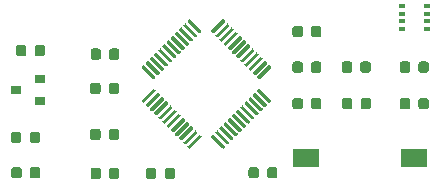
<source format=gtp>
G04 #@! TF.GenerationSoftware,KiCad,Pcbnew,(5.1.5)-3*
G04 #@! TF.CreationDate,2021-06-16T23:05:42+07:00*
G04 #@! TF.ProjectId,meteo_mini,6d657465-6f5f-46d6-996e-692e6b696361,rev?*
G04 #@! TF.SameCoordinates,Original*
G04 #@! TF.FileFunction,Paste,Top*
G04 #@! TF.FilePolarity,Positive*
%FSLAX46Y46*%
G04 Gerber Fmt 4.6, Leading zero omitted, Abs format (unit mm)*
G04 Created by KiCad (PCBNEW (5.1.5)-3) date 2021-06-16 23:05:42*
%MOMM*%
%LPD*%
G04 APERTURE LIST*
%ADD10C,0.100000*%
%ADD11R,0.900000X0.800000*%
%ADD12R,0.500000X0.350000*%
%ADD13R,2.180000X1.600000*%
G04 APERTURE END LIST*
D10*
G36*
X106034819Y-45510977D02*
G01*
X106042100Y-45512057D01*
X106049239Y-45513845D01*
X106056169Y-45516325D01*
X106062823Y-45519472D01*
X106069136Y-45523256D01*
X106075047Y-45527640D01*
X106080501Y-45532583D01*
X107017417Y-46469499D01*
X107022360Y-46474953D01*
X107026744Y-46480864D01*
X107030528Y-46487177D01*
X107033675Y-46493831D01*
X107036155Y-46500761D01*
X107037943Y-46507900D01*
X107039023Y-46515181D01*
X107039384Y-46522532D01*
X107039023Y-46529883D01*
X107037943Y-46537164D01*
X107036155Y-46544303D01*
X107033675Y-46551233D01*
X107030528Y-46557887D01*
X107026744Y-46564200D01*
X107022360Y-46570111D01*
X107017417Y-46575565D01*
X106911351Y-46681631D01*
X106905897Y-46686574D01*
X106899986Y-46690958D01*
X106893673Y-46694742D01*
X106887019Y-46697889D01*
X106880089Y-46700369D01*
X106872950Y-46702157D01*
X106865669Y-46703237D01*
X106858318Y-46703598D01*
X106850967Y-46703237D01*
X106843686Y-46702157D01*
X106836547Y-46700369D01*
X106829617Y-46697889D01*
X106822963Y-46694742D01*
X106816650Y-46690958D01*
X106810739Y-46686574D01*
X106805285Y-46681631D01*
X105868369Y-45744715D01*
X105863426Y-45739261D01*
X105859042Y-45733350D01*
X105855258Y-45727037D01*
X105852111Y-45720383D01*
X105849631Y-45713453D01*
X105847843Y-45706314D01*
X105846763Y-45699033D01*
X105846402Y-45691682D01*
X105846763Y-45684331D01*
X105847843Y-45677050D01*
X105849631Y-45669911D01*
X105852111Y-45662981D01*
X105855258Y-45656327D01*
X105859042Y-45650014D01*
X105863426Y-45644103D01*
X105868369Y-45638649D01*
X105974435Y-45532583D01*
X105979889Y-45527640D01*
X105985800Y-45523256D01*
X105992113Y-45519472D01*
X105998767Y-45516325D01*
X106005697Y-45513845D01*
X106012836Y-45512057D01*
X106020117Y-45510977D01*
X106027468Y-45510616D01*
X106034819Y-45510977D01*
G37*
G36*
X106388373Y-45157423D02*
G01*
X106395654Y-45158503D01*
X106402793Y-45160291D01*
X106409723Y-45162771D01*
X106416377Y-45165918D01*
X106422690Y-45169702D01*
X106428601Y-45174086D01*
X106434055Y-45179029D01*
X107370971Y-46115945D01*
X107375914Y-46121399D01*
X107380298Y-46127310D01*
X107384082Y-46133623D01*
X107387229Y-46140277D01*
X107389709Y-46147207D01*
X107391497Y-46154346D01*
X107392577Y-46161627D01*
X107392938Y-46168978D01*
X107392577Y-46176329D01*
X107391497Y-46183610D01*
X107389709Y-46190749D01*
X107387229Y-46197679D01*
X107384082Y-46204333D01*
X107380298Y-46210646D01*
X107375914Y-46216557D01*
X107370971Y-46222011D01*
X107264905Y-46328077D01*
X107259451Y-46333020D01*
X107253540Y-46337404D01*
X107247227Y-46341188D01*
X107240573Y-46344335D01*
X107233643Y-46346815D01*
X107226504Y-46348603D01*
X107219223Y-46349683D01*
X107211872Y-46350044D01*
X107204521Y-46349683D01*
X107197240Y-46348603D01*
X107190101Y-46346815D01*
X107183171Y-46344335D01*
X107176517Y-46341188D01*
X107170204Y-46337404D01*
X107164293Y-46333020D01*
X107158839Y-46328077D01*
X106221923Y-45391161D01*
X106216980Y-45385707D01*
X106212596Y-45379796D01*
X106208812Y-45373483D01*
X106205665Y-45366829D01*
X106203185Y-45359899D01*
X106201397Y-45352760D01*
X106200317Y-45345479D01*
X106199956Y-45338128D01*
X106200317Y-45330777D01*
X106201397Y-45323496D01*
X106203185Y-45316357D01*
X106205665Y-45309427D01*
X106208812Y-45302773D01*
X106212596Y-45296460D01*
X106216980Y-45290549D01*
X106221923Y-45285095D01*
X106327989Y-45179029D01*
X106333443Y-45174086D01*
X106339354Y-45169702D01*
X106345667Y-45165918D01*
X106352321Y-45162771D01*
X106359251Y-45160291D01*
X106366390Y-45158503D01*
X106373671Y-45157423D01*
X106381022Y-45157062D01*
X106388373Y-45157423D01*
G37*
G36*
X106741926Y-44803870D02*
G01*
X106749207Y-44804950D01*
X106756346Y-44806738D01*
X106763276Y-44809218D01*
X106769930Y-44812365D01*
X106776243Y-44816149D01*
X106782154Y-44820533D01*
X106787608Y-44825476D01*
X107724524Y-45762392D01*
X107729467Y-45767846D01*
X107733851Y-45773757D01*
X107737635Y-45780070D01*
X107740782Y-45786724D01*
X107743262Y-45793654D01*
X107745050Y-45800793D01*
X107746130Y-45808074D01*
X107746491Y-45815425D01*
X107746130Y-45822776D01*
X107745050Y-45830057D01*
X107743262Y-45837196D01*
X107740782Y-45844126D01*
X107737635Y-45850780D01*
X107733851Y-45857093D01*
X107729467Y-45863004D01*
X107724524Y-45868458D01*
X107618458Y-45974524D01*
X107613004Y-45979467D01*
X107607093Y-45983851D01*
X107600780Y-45987635D01*
X107594126Y-45990782D01*
X107587196Y-45993262D01*
X107580057Y-45995050D01*
X107572776Y-45996130D01*
X107565425Y-45996491D01*
X107558074Y-45996130D01*
X107550793Y-45995050D01*
X107543654Y-45993262D01*
X107536724Y-45990782D01*
X107530070Y-45987635D01*
X107523757Y-45983851D01*
X107517846Y-45979467D01*
X107512392Y-45974524D01*
X106575476Y-45037608D01*
X106570533Y-45032154D01*
X106566149Y-45026243D01*
X106562365Y-45019930D01*
X106559218Y-45013276D01*
X106556738Y-45006346D01*
X106554950Y-44999207D01*
X106553870Y-44991926D01*
X106553509Y-44984575D01*
X106553870Y-44977224D01*
X106554950Y-44969943D01*
X106556738Y-44962804D01*
X106559218Y-44955874D01*
X106562365Y-44949220D01*
X106566149Y-44942907D01*
X106570533Y-44936996D01*
X106575476Y-44931542D01*
X106681542Y-44825476D01*
X106686996Y-44820533D01*
X106692907Y-44816149D01*
X106699220Y-44812365D01*
X106705874Y-44809218D01*
X106712804Y-44806738D01*
X106719943Y-44804950D01*
X106727224Y-44803870D01*
X106734575Y-44803509D01*
X106741926Y-44803870D01*
G37*
G36*
X107095480Y-44450316D02*
G01*
X107102761Y-44451396D01*
X107109900Y-44453184D01*
X107116830Y-44455664D01*
X107123484Y-44458811D01*
X107129797Y-44462595D01*
X107135708Y-44466979D01*
X107141162Y-44471922D01*
X108078078Y-45408838D01*
X108083021Y-45414292D01*
X108087405Y-45420203D01*
X108091189Y-45426516D01*
X108094336Y-45433170D01*
X108096816Y-45440100D01*
X108098604Y-45447239D01*
X108099684Y-45454520D01*
X108100045Y-45461871D01*
X108099684Y-45469222D01*
X108098604Y-45476503D01*
X108096816Y-45483642D01*
X108094336Y-45490572D01*
X108091189Y-45497226D01*
X108087405Y-45503539D01*
X108083021Y-45509450D01*
X108078078Y-45514904D01*
X107972012Y-45620970D01*
X107966558Y-45625913D01*
X107960647Y-45630297D01*
X107954334Y-45634081D01*
X107947680Y-45637228D01*
X107940750Y-45639708D01*
X107933611Y-45641496D01*
X107926330Y-45642576D01*
X107918979Y-45642937D01*
X107911628Y-45642576D01*
X107904347Y-45641496D01*
X107897208Y-45639708D01*
X107890278Y-45637228D01*
X107883624Y-45634081D01*
X107877311Y-45630297D01*
X107871400Y-45625913D01*
X107865946Y-45620970D01*
X106929030Y-44684054D01*
X106924087Y-44678600D01*
X106919703Y-44672689D01*
X106915919Y-44666376D01*
X106912772Y-44659722D01*
X106910292Y-44652792D01*
X106908504Y-44645653D01*
X106907424Y-44638372D01*
X106907063Y-44631021D01*
X106907424Y-44623670D01*
X106908504Y-44616389D01*
X106910292Y-44609250D01*
X106912772Y-44602320D01*
X106915919Y-44595666D01*
X106919703Y-44589353D01*
X106924087Y-44583442D01*
X106929030Y-44577988D01*
X107035096Y-44471922D01*
X107040550Y-44466979D01*
X107046461Y-44462595D01*
X107052774Y-44458811D01*
X107059428Y-44455664D01*
X107066358Y-44453184D01*
X107073497Y-44451396D01*
X107080778Y-44450316D01*
X107088129Y-44449955D01*
X107095480Y-44450316D01*
G37*
G36*
X107449033Y-44096763D02*
G01*
X107456314Y-44097843D01*
X107463453Y-44099631D01*
X107470383Y-44102111D01*
X107477037Y-44105258D01*
X107483350Y-44109042D01*
X107489261Y-44113426D01*
X107494715Y-44118369D01*
X108431631Y-45055285D01*
X108436574Y-45060739D01*
X108440958Y-45066650D01*
X108444742Y-45072963D01*
X108447889Y-45079617D01*
X108450369Y-45086547D01*
X108452157Y-45093686D01*
X108453237Y-45100967D01*
X108453598Y-45108318D01*
X108453237Y-45115669D01*
X108452157Y-45122950D01*
X108450369Y-45130089D01*
X108447889Y-45137019D01*
X108444742Y-45143673D01*
X108440958Y-45149986D01*
X108436574Y-45155897D01*
X108431631Y-45161351D01*
X108325565Y-45267417D01*
X108320111Y-45272360D01*
X108314200Y-45276744D01*
X108307887Y-45280528D01*
X108301233Y-45283675D01*
X108294303Y-45286155D01*
X108287164Y-45287943D01*
X108279883Y-45289023D01*
X108272532Y-45289384D01*
X108265181Y-45289023D01*
X108257900Y-45287943D01*
X108250761Y-45286155D01*
X108243831Y-45283675D01*
X108237177Y-45280528D01*
X108230864Y-45276744D01*
X108224953Y-45272360D01*
X108219499Y-45267417D01*
X107282583Y-44330501D01*
X107277640Y-44325047D01*
X107273256Y-44319136D01*
X107269472Y-44312823D01*
X107266325Y-44306169D01*
X107263845Y-44299239D01*
X107262057Y-44292100D01*
X107260977Y-44284819D01*
X107260616Y-44277468D01*
X107260977Y-44270117D01*
X107262057Y-44262836D01*
X107263845Y-44255697D01*
X107266325Y-44248767D01*
X107269472Y-44242113D01*
X107273256Y-44235800D01*
X107277640Y-44229889D01*
X107282583Y-44224435D01*
X107388649Y-44118369D01*
X107394103Y-44113426D01*
X107400014Y-44109042D01*
X107406327Y-44105258D01*
X107412981Y-44102111D01*
X107419911Y-44099631D01*
X107427050Y-44097843D01*
X107434331Y-44096763D01*
X107441682Y-44096402D01*
X107449033Y-44096763D01*
G37*
G36*
X107802586Y-43743210D02*
G01*
X107809867Y-43744290D01*
X107817006Y-43746078D01*
X107823936Y-43748558D01*
X107830590Y-43751705D01*
X107836903Y-43755489D01*
X107842814Y-43759873D01*
X107848268Y-43764816D01*
X108785184Y-44701732D01*
X108790127Y-44707186D01*
X108794511Y-44713097D01*
X108798295Y-44719410D01*
X108801442Y-44726064D01*
X108803922Y-44732994D01*
X108805710Y-44740133D01*
X108806790Y-44747414D01*
X108807151Y-44754765D01*
X108806790Y-44762116D01*
X108805710Y-44769397D01*
X108803922Y-44776536D01*
X108801442Y-44783466D01*
X108798295Y-44790120D01*
X108794511Y-44796433D01*
X108790127Y-44802344D01*
X108785184Y-44807798D01*
X108679118Y-44913864D01*
X108673664Y-44918807D01*
X108667753Y-44923191D01*
X108661440Y-44926975D01*
X108654786Y-44930122D01*
X108647856Y-44932602D01*
X108640717Y-44934390D01*
X108633436Y-44935470D01*
X108626085Y-44935831D01*
X108618734Y-44935470D01*
X108611453Y-44934390D01*
X108604314Y-44932602D01*
X108597384Y-44930122D01*
X108590730Y-44926975D01*
X108584417Y-44923191D01*
X108578506Y-44918807D01*
X108573052Y-44913864D01*
X107636136Y-43976948D01*
X107631193Y-43971494D01*
X107626809Y-43965583D01*
X107623025Y-43959270D01*
X107619878Y-43952616D01*
X107617398Y-43945686D01*
X107615610Y-43938547D01*
X107614530Y-43931266D01*
X107614169Y-43923915D01*
X107614530Y-43916564D01*
X107615610Y-43909283D01*
X107617398Y-43902144D01*
X107619878Y-43895214D01*
X107623025Y-43888560D01*
X107626809Y-43882247D01*
X107631193Y-43876336D01*
X107636136Y-43870882D01*
X107742202Y-43764816D01*
X107747656Y-43759873D01*
X107753567Y-43755489D01*
X107759880Y-43751705D01*
X107766534Y-43748558D01*
X107773464Y-43746078D01*
X107780603Y-43744290D01*
X107787884Y-43743210D01*
X107795235Y-43742849D01*
X107802586Y-43743210D01*
G37*
G36*
X108156140Y-43389656D02*
G01*
X108163421Y-43390736D01*
X108170560Y-43392524D01*
X108177490Y-43395004D01*
X108184144Y-43398151D01*
X108190457Y-43401935D01*
X108196368Y-43406319D01*
X108201822Y-43411262D01*
X109138738Y-44348178D01*
X109143681Y-44353632D01*
X109148065Y-44359543D01*
X109151849Y-44365856D01*
X109154996Y-44372510D01*
X109157476Y-44379440D01*
X109159264Y-44386579D01*
X109160344Y-44393860D01*
X109160705Y-44401211D01*
X109160344Y-44408562D01*
X109159264Y-44415843D01*
X109157476Y-44422982D01*
X109154996Y-44429912D01*
X109151849Y-44436566D01*
X109148065Y-44442879D01*
X109143681Y-44448790D01*
X109138738Y-44454244D01*
X109032672Y-44560310D01*
X109027218Y-44565253D01*
X109021307Y-44569637D01*
X109014994Y-44573421D01*
X109008340Y-44576568D01*
X109001410Y-44579048D01*
X108994271Y-44580836D01*
X108986990Y-44581916D01*
X108979639Y-44582277D01*
X108972288Y-44581916D01*
X108965007Y-44580836D01*
X108957868Y-44579048D01*
X108950938Y-44576568D01*
X108944284Y-44573421D01*
X108937971Y-44569637D01*
X108932060Y-44565253D01*
X108926606Y-44560310D01*
X107989690Y-43623394D01*
X107984747Y-43617940D01*
X107980363Y-43612029D01*
X107976579Y-43605716D01*
X107973432Y-43599062D01*
X107970952Y-43592132D01*
X107969164Y-43584993D01*
X107968084Y-43577712D01*
X107967723Y-43570361D01*
X107968084Y-43563010D01*
X107969164Y-43555729D01*
X107970952Y-43548590D01*
X107973432Y-43541660D01*
X107976579Y-43535006D01*
X107980363Y-43528693D01*
X107984747Y-43522782D01*
X107989690Y-43517328D01*
X108095756Y-43411262D01*
X108101210Y-43406319D01*
X108107121Y-43401935D01*
X108113434Y-43398151D01*
X108120088Y-43395004D01*
X108127018Y-43392524D01*
X108134157Y-43390736D01*
X108141438Y-43389656D01*
X108148789Y-43389295D01*
X108156140Y-43389656D01*
G37*
G36*
X108509693Y-43036103D02*
G01*
X108516974Y-43037183D01*
X108524113Y-43038971D01*
X108531043Y-43041451D01*
X108537697Y-43044598D01*
X108544010Y-43048382D01*
X108549921Y-43052766D01*
X108555375Y-43057709D01*
X109492291Y-43994625D01*
X109497234Y-44000079D01*
X109501618Y-44005990D01*
X109505402Y-44012303D01*
X109508549Y-44018957D01*
X109511029Y-44025887D01*
X109512817Y-44033026D01*
X109513897Y-44040307D01*
X109514258Y-44047658D01*
X109513897Y-44055009D01*
X109512817Y-44062290D01*
X109511029Y-44069429D01*
X109508549Y-44076359D01*
X109505402Y-44083013D01*
X109501618Y-44089326D01*
X109497234Y-44095237D01*
X109492291Y-44100691D01*
X109386225Y-44206757D01*
X109380771Y-44211700D01*
X109374860Y-44216084D01*
X109368547Y-44219868D01*
X109361893Y-44223015D01*
X109354963Y-44225495D01*
X109347824Y-44227283D01*
X109340543Y-44228363D01*
X109333192Y-44228724D01*
X109325841Y-44228363D01*
X109318560Y-44227283D01*
X109311421Y-44225495D01*
X109304491Y-44223015D01*
X109297837Y-44219868D01*
X109291524Y-44216084D01*
X109285613Y-44211700D01*
X109280159Y-44206757D01*
X108343243Y-43269841D01*
X108338300Y-43264387D01*
X108333916Y-43258476D01*
X108330132Y-43252163D01*
X108326985Y-43245509D01*
X108324505Y-43238579D01*
X108322717Y-43231440D01*
X108321637Y-43224159D01*
X108321276Y-43216808D01*
X108321637Y-43209457D01*
X108322717Y-43202176D01*
X108324505Y-43195037D01*
X108326985Y-43188107D01*
X108330132Y-43181453D01*
X108333916Y-43175140D01*
X108338300Y-43169229D01*
X108343243Y-43163775D01*
X108449309Y-43057709D01*
X108454763Y-43052766D01*
X108460674Y-43048382D01*
X108466987Y-43044598D01*
X108473641Y-43041451D01*
X108480571Y-43038971D01*
X108487710Y-43037183D01*
X108494991Y-43036103D01*
X108502342Y-43035742D01*
X108509693Y-43036103D01*
G37*
G36*
X108863246Y-42682550D02*
G01*
X108870527Y-42683630D01*
X108877666Y-42685418D01*
X108884596Y-42687898D01*
X108891250Y-42691045D01*
X108897563Y-42694829D01*
X108903474Y-42699213D01*
X108908928Y-42704156D01*
X109845844Y-43641072D01*
X109850787Y-43646526D01*
X109855171Y-43652437D01*
X109858955Y-43658750D01*
X109862102Y-43665404D01*
X109864582Y-43672334D01*
X109866370Y-43679473D01*
X109867450Y-43686754D01*
X109867811Y-43694105D01*
X109867450Y-43701456D01*
X109866370Y-43708737D01*
X109864582Y-43715876D01*
X109862102Y-43722806D01*
X109858955Y-43729460D01*
X109855171Y-43735773D01*
X109850787Y-43741684D01*
X109845844Y-43747138D01*
X109739778Y-43853204D01*
X109734324Y-43858147D01*
X109728413Y-43862531D01*
X109722100Y-43866315D01*
X109715446Y-43869462D01*
X109708516Y-43871942D01*
X109701377Y-43873730D01*
X109694096Y-43874810D01*
X109686745Y-43875171D01*
X109679394Y-43874810D01*
X109672113Y-43873730D01*
X109664974Y-43871942D01*
X109658044Y-43869462D01*
X109651390Y-43866315D01*
X109645077Y-43862531D01*
X109639166Y-43858147D01*
X109633712Y-43853204D01*
X108696796Y-42916288D01*
X108691853Y-42910834D01*
X108687469Y-42904923D01*
X108683685Y-42898610D01*
X108680538Y-42891956D01*
X108678058Y-42885026D01*
X108676270Y-42877887D01*
X108675190Y-42870606D01*
X108674829Y-42863255D01*
X108675190Y-42855904D01*
X108676270Y-42848623D01*
X108678058Y-42841484D01*
X108680538Y-42834554D01*
X108683685Y-42827900D01*
X108687469Y-42821587D01*
X108691853Y-42815676D01*
X108696796Y-42810222D01*
X108802862Y-42704156D01*
X108808316Y-42699213D01*
X108814227Y-42694829D01*
X108820540Y-42691045D01*
X108827194Y-42687898D01*
X108834124Y-42685418D01*
X108841263Y-42683630D01*
X108848544Y-42682550D01*
X108855895Y-42682189D01*
X108863246Y-42682550D01*
G37*
G36*
X109216800Y-42328996D02*
G01*
X109224081Y-42330076D01*
X109231220Y-42331864D01*
X109238150Y-42334344D01*
X109244804Y-42337491D01*
X109251117Y-42341275D01*
X109257028Y-42345659D01*
X109262482Y-42350602D01*
X110199398Y-43287518D01*
X110204341Y-43292972D01*
X110208725Y-43298883D01*
X110212509Y-43305196D01*
X110215656Y-43311850D01*
X110218136Y-43318780D01*
X110219924Y-43325919D01*
X110221004Y-43333200D01*
X110221365Y-43340551D01*
X110221004Y-43347902D01*
X110219924Y-43355183D01*
X110218136Y-43362322D01*
X110215656Y-43369252D01*
X110212509Y-43375906D01*
X110208725Y-43382219D01*
X110204341Y-43388130D01*
X110199398Y-43393584D01*
X110093332Y-43499650D01*
X110087878Y-43504593D01*
X110081967Y-43508977D01*
X110075654Y-43512761D01*
X110069000Y-43515908D01*
X110062070Y-43518388D01*
X110054931Y-43520176D01*
X110047650Y-43521256D01*
X110040299Y-43521617D01*
X110032948Y-43521256D01*
X110025667Y-43520176D01*
X110018528Y-43518388D01*
X110011598Y-43515908D01*
X110004944Y-43512761D01*
X109998631Y-43508977D01*
X109992720Y-43504593D01*
X109987266Y-43499650D01*
X109050350Y-42562734D01*
X109045407Y-42557280D01*
X109041023Y-42551369D01*
X109037239Y-42545056D01*
X109034092Y-42538402D01*
X109031612Y-42531472D01*
X109029824Y-42524333D01*
X109028744Y-42517052D01*
X109028383Y-42509701D01*
X109028744Y-42502350D01*
X109029824Y-42495069D01*
X109031612Y-42487930D01*
X109034092Y-42481000D01*
X109037239Y-42474346D01*
X109041023Y-42468033D01*
X109045407Y-42462122D01*
X109050350Y-42456668D01*
X109156416Y-42350602D01*
X109161870Y-42345659D01*
X109167781Y-42341275D01*
X109174094Y-42337491D01*
X109180748Y-42334344D01*
X109187678Y-42331864D01*
X109194817Y-42330076D01*
X109202098Y-42328996D01*
X109209449Y-42328635D01*
X109216800Y-42328996D01*
G37*
G36*
X109570353Y-41975443D02*
G01*
X109577634Y-41976523D01*
X109584773Y-41978311D01*
X109591703Y-41980791D01*
X109598357Y-41983938D01*
X109604670Y-41987722D01*
X109610581Y-41992106D01*
X109616035Y-41997049D01*
X110552951Y-42933965D01*
X110557894Y-42939419D01*
X110562278Y-42945330D01*
X110566062Y-42951643D01*
X110569209Y-42958297D01*
X110571689Y-42965227D01*
X110573477Y-42972366D01*
X110574557Y-42979647D01*
X110574918Y-42986998D01*
X110574557Y-42994349D01*
X110573477Y-43001630D01*
X110571689Y-43008769D01*
X110569209Y-43015699D01*
X110566062Y-43022353D01*
X110562278Y-43028666D01*
X110557894Y-43034577D01*
X110552951Y-43040031D01*
X110446885Y-43146097D01*
X110441431Y-43151040D01*
X110435520Y-43155424D01*
X110429207Y-43159208D01*
X110422553Y-43162355D01*
X110415623Y-43164835D01*
X110408484Y-43166623D01*
X110401203Y-43167703D01*
X110393852Y-43168064D01*
X110386501Y-43167703D01*
X110379220Y-43166623D01*
X110372081Y-43164835D01*
X110365151Y-43162355D01*
X110358497Y-43159208D01*
X110352184Y-43155424D01*
X110346273Y-43151040D01*
X110340819Y-43146097D01*
X109403903Y-42209181D01*
X109398960Y-42203727D01*
X109394576Y-42197816D01*
X109390792Y-42191503D01*
X109387645Y-42184849D01*
X109385165Y-42177919D01*
X109383377Y-42170780D01*
X109382297Y-42163499D01*
X109381936Y-42156148D01*
X109382297Y-42148797D01*
X109383377Y-42141516D01*
X109385165Y-42134377D01*
X109387645Y-42127447D01*
X109390792Y-42120793D01*
X109394576Y-42114480D01*
X109398960Y-42108569D01*
X109403903Y-42103115D01*
X109509969Y-41997049D01*
X109515423Y-41992106D01*
X109521334Y-41987722D01*
X109527647Y-41983938D01*
X109534301Y-41980791D01*
X109541231Y-41978311D01*
X109548370Y-41976523D01*
X109555651Y-41975443D01*
X109563002Y-41975082D01*
X109570353Y-41975443D01*
G37*
G36*
X109923907Y-41621889D02*
G01*
X109931188Y-41622969D01*
X109938327Y-41624757D01*
X109945257Y-41627237D01*
X109951911Y-41630384D01*
X109958224Y-41634168D01*
X109964135Y-41638552D01*
X109969589Y-41643495D01*
X110906505Y-42580411D01*
X110911448Y-42585865D01*
X110915832Y-42591776D01*
X110919616Y-42598089D01*
X110922763Y-42604743D01*
X110925243Y-42611673D01*
X110927031Y-42618812D01*
X110928111Y-42626093D01*
X110928472Y-42633444D01*
X110928111Y-42640795D01*
X110927031Y-42648076D01*
X110925243Y-42655215D01*
X110922763Y-42662145D01*
X110919616Y-42668799D01*
X110915832Y-42675112D01*
X110911448Y-42681023D01*
X110906505Y-42686477D01*
X110800439Y-42792543D01*
X110794985Y-42797486D01*
X110789074Y-42801870D01*
X110782761Y-42805654D01*
X110776107Y-42808801D01*
X110769177Y-42811281D01*
X110762038Y-42813069D01*
X110754757Y-42814149D01*
X110747406Y-42814510D01*
X110740055Y-42814149D01*
X110732774Y-42813069D01*
X110725635Y-42811281D01*
X110718705Y-42808801D01*
X110712051Y-42805654D01*
X110705738Y-42801870D01*
X110699827Y-42797486D01*
X110694373Y-42792543D01*
X109757457Y-41855627D01*
X109752514Y-41850173D01*
X109748130Y-41844262D01*
X109744346Y-41837949D01*
X109741199Y-41831295D01*
X109738719Y-41824365D01*
X109736931Y-41817226D01*
X109735851Y-41809945D01*
X109735490Y-41802594D01*
X109735851Y-41795243D01*
X109736931Y-41787962D01*
X109738719Y-41780823D01*
X109741199Y-41773893D01*
X109744346Y-41767239D01*
X109748130Y-41760926D01*
X109752514Y-41755015D01*
X109757457Y-41749561D01*
X109863523Y-41643495D01*
X109868977Y-41638552D01*
X109874888Y-41634168D01*
X109881201Y-41630384D01*
X109887855Y-41627237D01*
X109894785Y-41624757D01*
X109901924Y-41622969D01*
X109909205Y-41621889D01*
X109916556Y-41621528D01*
X109923907Y-41621889D01*
G37*
G36*
X110754757Y-39624313D02*
G01*
X110762038Y-39625393D01*
X110769177Y-39627181D01*
X110776107Y-39629661D01*
X110782761Y-39632808D01*
X110789074Y-39636592D01*
X110794985Y-39640976D01*
X110800439Y-39645919D01*
X110906505Y-39751985D01*
X110911448Y-39757439D01*
X110915832Y-39763350D01*
X110919616Y-39769663D01*
X110922763Y-39776317D01*
X110925243Y-39783247D01*
X110927031Y-39790386D01*
X110928111Y-39797667D01*
X110928472Y-39805018D01*
X110928111Y-39812369D01*
X110927031Y-39819650D01*
X110925243Y-39826789D01*
X110922763Y-39833719D01*
X110919616Y-39840373D01*
X110915832Y-39846686D01*
X110911448Y-39852597D01*
X110906505Y-39858051D01*
X109969589Y-40794967D01*
X109964135Y-40799910D01*
X109958224Y-40804294D01*
X109951911Y-40808078D01*
X109945257Y-40811225D01*
X109938327Y-40813705D01*
X109931188Y-40815493D01*
X109923907Y-40816573D01*
X109916556Y-40816934D01*
X109909205Y-40816573D01*
X109901924Y-40815493D01*
X109894785Y-40813705D01*
X109887855Y-40811225D01*
X109881201Y-40808078D01*
X109874888Y-40804294D01*
X109868977Y-40799910D01*
X109863523Y-40794967D01*
X109757457Y-40688901D01*
X109752514Y-40683447D01*
X109748130Y-40677536D01*
X109744346Y-40671223D01*
X109741199Y-40664569D01*
X109738719Y-40657639D01*
X109736931Y-40650500D01*
X109735851Y-40643219D01*
X109735490Y-40635868D01*
X109735851Y-40628517D01*
X109736931Y-40621236D01*
X109738719Y-40614097D01*
X109741199Y-40607167D01*
X109744346Y-40600513D01*
X109748130Y-40594200D01*
X109752514Y-40588289D01*
X109757457Y-40582835D01*
X110694373Y-39645919D01*
X110699827Y-39640976D01*
X110705738Y-39636592D01*
X110712051Y-39632808D01*
X110718705Y-39629661D01*
X110725635Y-39627181D01*
X110732774Y-39625393D01*
X110740055Y-39624313D01*
X110747406Y-39623952D01*
X110754757Y-39624313D01*
G37*
G36*
X110401203Y-39270759D02*
G01*
X110408484Y-39271839D01*
X110415623Y-39273627D01*
X110422553Y-39276107D01*
X110429207Y-39279254D01*
X110435520Y-39283038D01*
X110441431Y-39287422D01*
X110446885Y-39292365D01*
X110552951Y-39398431D01*
X110557894Y-39403885D01*
X110562278Y-39409796D01*
X110566062Y-39416109D01*
X110569209Y-39422763D01*
X110571689Y-39429693D01*
X110573477Y-39436832D01*
X110574557Y-39444113D01*
X110574918Y-39451464D01*
X110574557Y-39458815D01*
X110573477Y-39466096D01*
X110571689Y-39473235D01*
X110569209Y-39480165D01*
X110566062Y-39486819D01*
X110562278Y-39493132D01*
X110557894Y-39499043D01*
X110552951Y-39504497D01*
X109616035Y-40441413D01*
X109610581Y-40446356D01*
X109604670Y-40450740D01*
X109598357Y-40454524D01*
X109591703Y-40457671D01*
X109584773Y-40460151D01*
X109577634Y-40461939D01*
X109570353Y-40463019D01*
X109563002Y-40463380D01*
X109555651Y-40463019D01*
X109548370Y-40461939D01*
X109541231Y-40460151D01*
X109534301Y-40457671D01*
X109527647Y-40454524D01*
X109521334Y-40450740D01*
X109515423Y-40446356D01*
X109509969Y-40441413D01*
X109403903Y-40335347D01*
X109398960Y-40329893D01*
X109394576Y-40323982D01*
X109390792Y-40317669D01*
X109387645Y-40311015D01*
X109385165Y-40304085D01*
X109383377Y-40296946D01*
X109382297Y-40289665D01*
X109381936Y-40282314D01*
X109382297Y-40274963D01*
X109383377Y-40267682D01*
X109385165Y-40260543D01*
X109387645Y-40253613D01*
X109390792Y-40246959D01*
X109394576Y-40240646D01*
X109398960Y-40234735D01*
X109403903Y-40229281D01*
X110340819Y-39292365D01*
X110346273Y-39287422D01*
X110352184Y-39283038D01*
X110358497Y-39279254D01*
X110365151Y-39276107D01*
X110372081Y-39273627D01*
X110379220Y-39271839D01*
X110386501Y-39270759D01*
X110393852Y-39270398D01*
X110401203Y-39270759D01*
G37*
G36*
X110047650Y-38917206D02*
G01*
X110054931Y-38918286D01*
X110062070Y-38920074D01*
X110069000Y-38922554D01*
X110075654Y-38925701D01*
X110081967Y-38929485D01*
X110087878Y-38933869D01*
X110093332Y-38938812D01*
X110199398Y-39044878D01*
X110204341Y-39050332D01*
X110208725Y-39056243D01*
X110212509Y-39062556D01*
X110215656Y-39069210D01*
X110218136Y-39076140D01*
X110219924Y-39083279D01*
X110221004Y-39090560D01*
X110221365Y-39097911D01*
X110221004Y-39105262D01*
X110219924Y-39112543D01*
X110218136Y-39119682D01*
X110215656Y-39126612D01*
X110212509Y-39133266D01*
X110208725Y-39139579D01*
X110204341Y-39145490D01*
X110199398Y-39150944D01*
X109262482Y-40087860D01*
X109257028Y-40092803D01*
X109251117Y-40097187D01*
X109244804Y-40100971D01*
X109238150Y-40104118D01*
X109231220Y-40106598D01*
X109224081Y-40108386D01*
X109216800Y-40109466D01*
X109209449Y-40109827D01*
X109202098Y-40109466D01*
X109194817Y-40108386D01*
X109187678Y-40106598D01*
X109180748Y-40104118D01*
X109174094Y-40100971D01*
X109167781Y-40097187D01*
X109161870Y-40092803D01*
X109156416Y-40087860D01*
X109050350Y-39981794D01*
X109045407Y-39976340D01*
X109041023Y-39970429D01*
X109037239Y-39964116D01*
X109034092Y-39957462D01*
X109031612Y-39950532D01*
X109029824Y-39943393D01*
X109028744Y-39936112D01*
X109028383Y-39928761D01*
X109028744Y-39921410D01*
X109029824Y-39914129D01*
X109031612Y-39906990D01*
X109034092Y-39900060D01*
X109037239Y-39893406D01*
X109041023Y-39887093D01*
X109045407Y-39881182D01*
X109050350Y-39875728D01*
X109987266Y-38938812D01*
X109992720Y-38933869D01*
X109998631Y-38929485D01*
X110004944Y-38925701D01*
X110011598Y-38922554D01*
X110018528Y-38920074D01*
X110025667Y-38918286D01*
X110032948Y-38917206D01*
X110040299Y-38916845D01*
X110047650Y-38917206D01*
G37*
G36*
X109694096Y-38563652D02*
G01*
X109701377Y-38564732D01*
X109708516Y-38566520D01*
X109715446Y-38569000D01*
X109722100Y-38572147D01*
X109728413Y-38575931D01*
X109734324Y-38580315D01*
X109739778Y-38585258D01*
X109845844Y-38691324D01*
X109850787Y-38696778D01*
X109855171Y-38702689D01*
X109858955Y-38709002D01*
X109862102Y-38715656D01*
X109864582Y-38722586D01*
X109866370Y-38729725D01*
X109867450Y-38737006D01*
X109867811Y-38744357D01*
X109867450Y-38751708D01*
X109866370Y-38758989D01*
X109864582Y-38766128D01*
X109862102Y-38773058D01*
X109858955Y-38779712D01*
X109855171Y-38786025D01*
X109850787Y-38791936D01*
X109845844Y-38797390D01*
X108908928Y-39734306D01*
X108903474Y-39739249D01*
X108897563Y-39743633D01*
X108891250Y-39747417D01*
X108884596Y-39750564D01*
X108877666Y-39753044D01*
X108870527Y-39754832D01*
X108863246Y-39755912D01*
X108855895Y-39756273D01*
X108848544Y-39755912D01*
X108841263Y-39754832D01*
X108834124Y-39753044D01*
X108827194Y-39750564D01*
X108820540Y-39747417D01*
X108814227Y-39743633D01*
X108808316Y-39739249D01*
X108802862Y-39734306D01*
X108696796Y-39628240D01*
X108691853Y-39622786D01*
X108687469Y-39616875D01*
X108683685Y-39610562D01*
X108680538Y-39603908D01*
X108678058Y-39596978D01*
X108676270Y-39589839D01*
X108675190Y-39582558D01*
X108674829Y-39575207D01*
X108675190Y-39567856D01*
X108676270Y-39560575D01*
X108678058Y-39553436D01*
X108680538Y-39546506D01*
X108683685Y-39539852D01*
X108687469Y-39533539D01*
X108691853Y-39527628D01*
X108696796Y-39522174D01*
X109633712Y-38585258D01*
X109639166Y-38580315D01*
X109645077Y-38575931D01*
X109651390Y-38572147D01*
X109658044Y-38569000D01*
X109664974Y-38566520D01*
X109672113Y-38564732D01*
X109679394Y-38563652D01*
X109686745Y-38563291D01*
X109694096Y-38563652D01*
G37*
G36*
X109340543Y-38210099D02*
G01*
X109347824Y-38211179D01*
X109354963Y-38212967D01*
X109361893Y-38215447D01*
X109368547Y-38218594D01*
X109374860Y-38222378D01*
X109380771Y-38226762D01*
X109386225Y-38231705D01*
X109492291Y-38337771D01*
X109497234Y-38343225D01*
X109501618Y-38349136D01*
X109505402Y-38355449D01*
X109508549Y-38362103D01*
X109511029Y-38369033D01*
X109512817Y-38376172D01*
X109513897Y-38383453D01*
X109514258Y-38390804D01*
X109513897Y-38398155D01*
X109512817Y-38405436D01*
X109511029Y-38412575D01*
X109508549Y-38419505D01*
X109505402Y-38426159D01*
X109501618Y-38432472D01*
X109497234Y-38438383D01*
X109492291Y-38443837D01*
X108555375Y-39380753D01*
X108549921Y-39385696D01*
X108544010Y-39390080D01*
X108537697Y-39393864D01*
X108531043Y-39397011D01*
X108524113Y-39399491D01*
X108516974Y-39401279D01*
X108509693Y-39402359D01*
X108502342Y-39402720D01*
X108494991Y-39402359D01*
X108487710Y-39401279D01*
X108480571Y-39399491D01*
X108473641Y-39397011D01*
X108466987Y-39393864D01*
X108460674Y-39390080D01*
X108454763Y-39385696D01*
X108449309Y-39380753D01*
X108343243Y-39274687D01*
X108338300Y-39269233D01*
X108333916Y-39263322D01*
X108330132Y-39257009D01*
X108326985Y-39250355D01*
X108324505Y-39243425D01*
X108322717Y-39236286D01*
X108321637Y-39229005D01*
X108321276Y-39221654D01*
X108321637Y-39214303D01*
X108322717Y-39207022D01*
X108324505Y-39199883D01*
X108326985Y-39192953D01*
X108330132Y-39186299D01*
X108333916Y-39179986D01*
X108338300Y-39174075D01*
X108343243Y-39168621D01*
X109280159Y-38231705D01*
X109285613Y-38226762D01*
X109291524Y-38222378D01*
X109297837Y-38218594D01*
X109304491Y-38215447D01*
X109311421Y-38212967D01*
X109318560Y-38211179D01*
X109325841Y-38210099D01*
X109333192Y-38209738D01*
X109340543Y-38210099D01*
G37*
G36*
X108986990Y-37856546D02*
G01*
X108994271Y-37857626D01*
X109001410Y-37859414D01*
X109008340Y-37861894D01*
X109014994Y-37865041D01*
X109021307Y-37868825D01*
X109027218Y-37873209D01*
X109032672Y-37878152D01*
X109138738Y-37984218D01*
X109143681Y-37989672D01*
X109148065Y-37995583D01*
X109151849Y-38001896D01*
X109154996Y-38008550D01*
X109157476Y-38015480D01*
X109159264Y-38022619D01*
X109160344Y-38029900D01*
X109160705Y-38037251D01*
X109160344Y-38044602D01*
X109159264Y-38051883D01*
X109157476Y-38059022D01*
X109154996Y-38065952D01*
X109151849Y-38072606D01*
X109148065Y-38078919D01*
X109143681Y-38084830D01*
X109138738Y-38090284D01*
X108201822Y-39027200D01*
X108196368Y-39032143D01*
X108190457Y-39036527D01*
X108184144Y-39040311D01*
X108177490Y-39043458D01*
X108170560Y-39045938D01*
X108163421Y-39047726D01*
X108156140Y-39048806D01*
X108148789Y-39049167D01*
X108141438Y-39048806D01*
X108134157Y-39047726D01*
X108127018Y-39045938D01*
X108120088Y-39043458D01*
X108113434Y-39040311D01*
X108107121Y-39036527D01*
X108101210Y-39032143D01*
X108095756Y-39027200D01*
X107989690Y-38921134D01*
X107984747Y-38915680D01*
X107980363Y-38909769D01*
X107976579Y-38903456D01*
X107973432Y-38896802D01*
X107970952Y-38889872D01*
X107969164Y-38882733D01*
X107968084Y-38875452D01*
X107967723Y-38868101D01*
X107968084Y-38860750D01*
X107969164Y-38853469D01*
X107970952Y-38846330D01*
X107973432Y-38839400D01*
X107976579Y-38832746D01*
X107980363Y-38826433D01*
X107984747Y-38820522D01*
X107989690Y-38815068D01*
X108926606Y-37878152D01*
X108932060Y-37873209D01*
X108937971Y-37868825D01*
X108944284Y-37865041D01*
X108950938Y-37861894D01*
X108957868Y-37859414D01*
X108965007Y-37857626D01*
X108972288Y-37856546D01*
X108979639Y-37856185D01*
X108986990Y-37856546D01*
G37*
G36*
X108633436Y-37502992D02*
G01*
X108640717Y-37504072D01*
X108647856Y-37505860D01*
X108654786Y-37508340D01*
X108661440Y-37511487D01*
X108667753Y-37515271D01*
X108673664Y-37519655D01*
X108679118Y-37524598D01*
X108785184Y-37630664D01*
X108790127Y-37636118D01*
X108794511Y-37642029D01*
X108798295Y-37648342D01*
X108801442Y-37654996D01*
X108803922Y-37661926D01*
X108805710Y-37669065D01*
X108806790Y-37676346D01*
X108807151Y-37683697D01*
X108806790Y-37691048D01*
X108805710Y-37698329D01*
X108803922Y-37705468D01*
X108801442Y-37712398D01*
X108798295Y-37719052D01*
X108794511Y-37725365D01*
X108790127Y-37731276D01*
X108785184Y-37736730D01*
X107848268Y-38673646D01*
X107842814Y-38678589D01*
X107836903Y-38682973D01*
X107830590Y-38686757D01*
X107823936Y-38689904D01*
X107817006Y-38692384D01*
X107809867Y-38694172D01*
X107802586Y-38695252D01*
X107795235Y-38695613D01*
X107787884Y-38695252D01*
X107780603Y-38694172D01*
X107773464Y-38692384D01*
X107766534Y-38689904D01*
X107759880Y-38686757D01*
X107753567Y-38682973D01*
X107747656Y-38678589D01*
X107742202Y-38673646D01*
X107636136Y-38567580D01*
X107631193Y-38562126D01*
X107626809Y-38556215D01*
X107623025Y-38549902D01*
X107619878Y-38543248D01*
X107617398Y-38536318D01*
X107615610Y-38529179D01*
X107614530Y-38521898D01*
X107614169Y-38514547D01*
X107614530Y-38507196D01*
X107615610Y-38499915D01*
X107617398Y-38492776D01*
X107619878Y-38485846D01*
X107623025Y-38479192D01*
X107626809Y-38472879D01*
X107631193Y-38466968D01*
X107636136Y-38461514D01*
X108573052Y-37524598D01*
X108578506Y-37519655D01*
X108584417Y-37515271D01*
X108590730Y-37511487D01*
X108597384Y-37508340D01*
X108604314Y-37505860D01*
X108611453Y-37504072D01*
X108618734Y-37502992D01*
X108626085Y-37502631D01*
X108633436Y-37502992D01*
G37*
G36*
X108279883Y-37149439D02*
G01*
X108287164Y-37150519D01*
X108294303Y-37152307D01*
X108301233Y-37154787D01*
X108307887Y-37157934D01*
X108314200Y-37161718D01*
X108320111Y-37166102D01*
X108325565Y-37171045D01*
X108431631Y-37277111D01*
X108436574Y-37282565D01*
X108440958Y-37288476D01*
X108444742Y-37294789D01*
X108447889Y-37301443D01*
X108450369Y-37308373D01*
X108452157Y-37315512D01*
X108453237Y-37322793D01*
X108453598Y-37330144D01*
X108453237Y-37337495D01*
X108452157Y-37344776D01*
X108450369Y-37351915D01*
X108447889Y-37358845D01*
X108444742Y-37365499D01*
X108440958Y-37371812D01*
X108436574Y-37377723D01*
X108431631Y-37383177D01*
X107494715Y-38320093D01*
X107489261Y-38325036D01*
X107483350Y-38329420D01*
X107477037Y-38333204D01*
X107470383Y-38336351D01*
X107463453Y-38338831D01*
X107456314Y-38340619D01*
X107449033Y-38341699D01*
X107441682Y-38342060D01*
X107434331Y-38341699D01*
X107427050Y-38340619D01*
X107419911Y-38338831D01*
X107412981Y-38336351D01*
X107406327Y-38333204D01*
X107400014Y-38329420D01*
X107394103Y-38325036D01*
X107388649Y-38320093D01*
X107282583Y-38214027D01*
X107277640Y-38208573D01*
X107273256Y-38202662D01*
X107269472Y-38196349D01*
X107266325Y-38189695D01*
X107263845Y-38182765D01*
X107262057Y-38175626D01*
X107260977Y-38168345D01*
X107260616Y-38160994D01*
X107260977Y-38153643D01*
X107262057Y-38146362D01*
X107263845Y-38139223D01*
X107266325Y-38132293D01*
X107269472Y-38125639D01*
X107273256Y-38119326D01*
X107277640Y-38113415D01*
X107282583Y-38107961D01*
X108219499Y-37171045D01*
X108224953Y-37166102D01*
X108230864Y-37161718D01*
X108237177Y-37157934D01*
X108243831Y-37154787D01*
X108250761Y-37152307D01*
X108257900Y-37150519D01*
X108265181Y-37149439D01*
X108272532Y-37149078D01*
X108279883Y-37149439D01*
G37*
G36*
X107926330Y-36795886D02*
G01*
X107933611Y-36796966D01*
X107940750Y-36798754D01*
X107947680Y-36801234D01*
X107954334Y-36804381D01*
X107960647Y-36808165D01*
X107966558Y-36812549D01*
X107972012Y-36817492D01*
X108078078Y-36923558D01*
X108083021Y-36929012D01*
X108087405Y-36934923D01*
X108091189Y-36941236D01*
X108094336Y-36947890D01*
X108096816Y-36954820D01*
X108098604Y-36961959D01*
X108099684Y-36969240D01*
X108100045Y-36976591D01*
X108099684Y-36983942D01*
X108098604Y-36991223D01*
X108096816Y-36998362D01*
X108094336Y-37005292D01*
X108091189Y-37011946D01*
X108087405Y-37018259D01*
X108083021Y-37024170D01*
X108078078Y-37029624D01*
X107141162Y-37966540D01*
X107135708Y-37971483D01*
X107129797Y-37975867D01*
X107123484Y-37979651D01*
X107116830Y-37982798D01*
X107109900Y-37985278D01*
X107102761Y-37987066D01*
X107095480Y-37988146D01*
X107088129Y-37988507D01*
X107080778Y-37988146D01*
X107073497Y-37987066D01*
X107066358Y-37985278D01*
X107059428Y-37982798D01*
X107052774Y-37979651D01*
X107046461Y-37975867D01*
X107040550Y-37971483D01*
X107035096Y-37966540D01*
X106929030Y-37860474D01*
X106924087Y-37855020D01*
X106919703Y-37849109D01*
X106915919Y-37842796D01*
X106912772Y-37836142D01*
X106910292Y-37829212D01*
X106908504Y-37822073D01*
X106907424Y-37814792D01*
X106907063Y-37807441D01*
X106907424Y-37800090D01*
X106908504Y-37792809D01*
X106910292Y-37785670D01*
X106912772Y-37778740D01*
X106915919Y-37772086D01*
X106919703Y-37765773D01*
X106924087Y-37759862D01*
X106929030Y-37754408D01*
X107865946Y-36817492D01*
X107871400Y-36812549D01*
X107877311Y-36808165D01*
X107883624Y-36804381D01*
X107890278Y-36801234D01*
X107897208Y-36798754D01*
X107904347Y-36796966D01*
X107911628Y-36795886D01*
X107918979Y-36795525D01*
X107926330Y-36795886D01*
G37*
G36*
X107572776Y-36442332D02*
G01*
X107580057Y-36443412D01*
X107587196Y-36445200D01*
X107594126Y-36447680D01*
X107600780Y-36450827D01*
X107607093Y-36454611D01*
X107613004Y-36458995D01*
X107618458Y-36463938D01*
X107724524Y-36570004D01*
X107729467Y-36575458D01*
X107733851Y-36581369D01*
X107737635Y-36587682D01*
X107740782Y-36594336D01*
X107743262Y-36601266D01*
X107745050Y-36608405D01*
X107746130Y-36615686D01*
X107746491Y-36623037D01*
X107746130Y-36630388D01*
X107745050Y-36637669D01*
X107743262Y-36644808D01*
X107740782Y-36651738D01*
X107737635Y-36658392D01*
X107733851Y-36664705D01*
X107729467Y-36670616D01*
X107724524Y-36676070D01*
X106787608Y-37612986D01*
X106782154Y-37617929D01*
X106776243Y-37622313D01*
X106769930Y-37626097D01*
X106763276Y-37629244D01*
X106756346Y-37631724D01*
X106749207Y-37633512D01*
X106741926Y-37634592D01*
X106734575Y-37634953D01*
X106727224Y-37634592D01*
X106719943Y-37633512D01*
X106712804Y-37631724D01*
X106705874Y-37629244D01*
X106699220Y-37626097D01*
X106692907Y-37622313D01*
X106686996Y-37617929D01*
X106681542Y-37612986D01*
X106575476Y-37506920D01*
X106570533Y-37501466D01*
X106566149Y-37495555D01*
X106562365Y-37489242D01*
X106559218Y-37482588D01*
X106556738Y-37475658D01*
X106554950Y-37468519D01*
X106553870Y-37461238D01*
X106553509Y-37453887D01*
X106553870Y-37446536D01*
X106554950Y-37439255D01*
X106556738Y-37432116D01*
X106559218Y-37425186D01*
X106562365Y-37418532D01*
X106566149Y-37412219D01*
X106570533Y-37406308D01*
X106575476Y-37400854D01*
X107512392Y-36463938D01*
X107517846Y-36458995D01*
X107523757Y-36454611D01*
X107530070Y-36450827D01*
X107536724Y-36447680D01*
X107543654Y-36445200D01*
X107550793Y-36443412D01*
X107558074Y-36442332D01*
X107565425Y-36441971D01*
X107572776Y-36442332D01*
G37*
G36*
X107219223Y-36088779D02*
G01*
X107226504Y-36089859D01*
X107233643Y-36091647D01*
X107240573Y-36094127D01*
X107247227Y-36097274D01*
X107253540Y-36101058D01*
X107259451Y-36105442D01*
X107264905Y-36110385D01*
X107370971Y-36216451D01*
X107375914Y-36221905D01*
X107380298Y-36227816D01*
X107384082Y-36234129D01*
X107387229Y-36240783D01*
X107389709Y-36247713D01*
X107391497Y-36254852D01*
X107392577Y-36262133D01*
X107392938Y-36269484D01*
X107392577Y-36276835D01*
X107391497Y-36284116D01*
X107389709Y-36291255D01*
X107387229Y-36298185D01*
X107384082Y-36304839D01*
X107380298Y-36311152D01*
X107375914Y-36317063D01*
X107370971Y-36322517D01*
X106434055Y-37259433D01*
X106428601Y-37264376D01*
X106422690Y-37268760D01*
X106416377Y-37272544D01*
X106409723Y-37275691D01*
X106402793Y-37278171D01*
X106395654Y-37279959D01*
X106388373Y-37281039D01*
X106381022Y-37281400D01*
X106373671Y-37281039D01*
X106366390Y-37279959D01*
X106359251Y-37278171D01*
X106352321Y-37275691D01*
X106345667Y-37272544D01*
X106339354Y-37268760D01*
X106333443Y-37264376D01*
X106327989Y-37259433D01*
X106221923Y-37153367D01*
X106216980Y-37147913D01*
X106212596Y-37142002D01*
X106208812Y-37135689D01*
X106205665Y-37129035D01*
X106203185Y-37122105D01*
X106201397Y-37114966D01*
X106200317Y-37107685D01*
X106199956Y-37100334D01*
X106200317Y-37092983D01*
X106201397Y-37085702D01*
X106203185Y-37078563D01*
X106205665Y-37071633D01*
X106208812Y-37064979D01*
X106212596Y-37058666D01*
X106216980Y-37052755D01*
X106221923Y-37047301D01*
X107158839Y-36110385D01*
X107164293Y-36105442D01*
X107170204Y-36101058D01*
X107176517Y-36097274D01*
X107183171Y-36094127D01*
X107190101Y-36091647D01*
X107197240Y-36089859D01*
X107204521Y-36088779D01*
X107211872Y-36088418D01*
X107219223Y-36088779D01*
G37*
G36*
X106865669Y-35735225D02*
G01*
X106872950Y-35736305D01*
X106880089Y-35738093D01*
X106887019Y-35740573D01*
X106893673Y-35743720D01*
X106899986Y-35747504D01*
X106905897Y-35751888D01*
X106911351Y-35756831D01*
X107017417Y-35862897D01*
X107022360Y-35868351D01*
X107026744Y-35874262D01*
X107030528Y-35880575D01*
X107033675Y-35887229D01*
X107036155Y-35894159D01*
X107037943Y-35901298D01*
X107039023Y-35908579D01*
X107039384Y-35915930D01*
X107039023Y-35923281D01*
X107037943Y-35930562D01*
X107036155Y-35937701D01*
X107033675Y-35944631D01*
X107030528Y-35951285D01*
X107026744Y-35957598D01*
X107022360Y-35963509D01*
X107017417Y-35968963D01*
X106080501Y-36905879D01*
X106075047Y-36910822D01*
X106069136Y-36915206D01*
X106062823Y-36918990D01*
X106056169Y-36922137D01*
X106049239Y-36924617D01*
X106042100Y-36926405D01*
X106034819Y-36927485D01*
X106027468Y-36927846D01*
X106020117Y-36927485D01*
X106012836Y-36926405D01*
X106005697Y-36924617D01*
X105998767Y-36922137D01*
X105992113Y-36918990D01*
X105985800Y-36915206D01*
X105979889Y-36910822D01*
X105974435Y-36905879D01*
X105868369Y-36799813D01*
X105863426Y-36794359D01*
X105859042Y-36788448D01*
X105855258Y-36782135D01*
X105852111Y-36775481D01*
X105849631Y-36768551D01*
X105847843Y-36761412D01*
X105846763Y-36754131D01*
X105846402Y-36746780D01*
X105846763Y-36739429D01*
X105847843Y-36732148D01*
X105849631Y-36725009D01*
X105852111Y-36718079D01*
X105855258Y-36711425D01*
X105859042Y-36705112D01*
X105863426Y-36699201D01*
X105868369Y-36693747D01*
X106805285Y-35756831D01*
X106810739Y-35751888D01*
X106816650Y-35747504D01*
X106822963Y-35743720D01*
X106829617Y-35740573D01*
X106836547Y-35738093D01*
X106843686Y-35736305D01*
X106850967Y-35735225D01*
X106858318Y-35734864D01*
X106865669Y-35735225D01*
G37*
G36*
X104037243Y-35735225D02*
G01*
X104044524Y-35736305D01*
X104051663Y-35738093D01*
X104058593Y-35740573D01*
X104065247Y-35743720D01*
X104071560Y-35747504D01*
X104077471Y-35751888D01*
X104082925Y-35756831D01*
X105019841Y-36693747D01*
X105024784Y-36699201D01*
X105029168Y-36705112D01*
X105032952Y-36711425D01*
X105036099Y-36718079D01*
X105038579Y-36725009D01*
X105040367Y-36732148D01*
X105041447Y-36739429D01*
X105041808Y-36746780D01*
X105041447Y-36754131D01*
X105040367Y-36761412D01*
X105038579Y-36768551D01*
X105036099Y-36775481D01*
X105032952Y-36782135D01*
X105029168Y-36788448D01*
X105024784Y-36794359D01*
X105019841Y-36799813D01*
X104913775Y-36905879D01*
X104908321Y-36910822D01*
X104902410Y-36915206D01*
X104896097Y-36918990D01*
X104889443Y-36922137D01*
X104882513Y-36924617D01*
X104875374Y-36926405D01*
X104868093Y-36927485D01*
X104860742Y-36927846D01*
X104853391Y-36927485D01*
X104846110Y-36926405D01*
X104838971Y-36924617D01*
X104832041Y-36922137D01*
X104825387Y-36918990D01*
X104819074Y-36915206D01*
X104813163Y-36910822D01*
X104807709Y-36905879D01*
X103870793Y-35968963D01*
X103865850Y-35963509D01*
X103861466Y-35957598D01*
X103857682Y-35951285D01*
X103854535Y-35944631D01*
X103852055Y-35937701D01*
X103850267Y-35930562D01*
X103849187Y-35923281D01*
X103848826Y-35915930D01*
X103849187Y-35908579D01*
X103850267Y-35901298D01*
X103852055Y-35894159D01*
X103854535Y-35887229D01*
X103857682Y-35880575D01*
X103861466Y-35874262D01*
X103865850Y-35868351D01*
X103870793Y-35862897D01*
X103976859Y-35756831D01*
X103982313Y-35751888D01*
X103988224Y-35747504D01*
X103994537Y-35743720D01*
X104001191Y-35740573D01*
X104008121Y-35738093D01*
X104015260Y-35736305D01*
X104022541Y-35735225D01*
X104029892Y-35734864D01*
X104037243Y-35735225D01*
G37*
G36*
X103683689Y-36088779D02*
G01*
X103690970Y-36089859D01*
X103698109Y-36091647D01*
X103705039Y-36094127D01*
X103711693Y-36097274D01*
X103718006Y-36101058D01*
X103723917Y-36105442D01*
X103729371Y-36110385D01*
X104666287Y-37047301D01*
X104671230Y-37052755D01*
X104675614Y-37058666D01*
X104679398Y-37064979D01*
X104682545Y-37071633D01*
X104685025Y-37078563D01*
X104686813Y-37085702D01*
X104687893Y-37092983D01*
X104688254Y-37100334D01*
X104687893Y-37107685D01*
X104686813Y-37114966D01*
X104685025Y-37122105D01*
X104682545Y-37129035D01*
X104679398Y-37135689D01*
X104675614Y-37142002D01*
X104671230Y-37147913D01*
X104666287Y-37153367D01*
X104560221Y-37259433D01*
X104554767Y-37264376D01*
X104548856Y-37268760D01*
X104542543Y-37272544D01*
X104535889Y-37275691D01*
X104528959Y-37278171D01*
X104521820Y-37279959D01*
X104514539Y-37281039D01*
X104507188Y-37281400D01*
X104499837Y-37281039D01*
X104492556Y-37279959D01*
X104485417Y-37278171D01*
X104478487Y-37275691D01*
X104471833Y-37272544D01*
X104465520Y-37268760D01*
X104459609Y-37264376D01*
X104454155Y-37259433D01*
X103517239Y-36322517D01*
X103512296Y-36317063D01*
X103507912Y-36311152D01*
X103504128Y-36304839D01*
X103500981Y-36298185D01*
X103498501Y-36291255D01*
X103496713Y-36284116D01*
X103495633Y-36276835D01*
X103495272Y-36269484D01*
X103495633Y-36262133D01*
X103496713Y-36254852D01*
X103498501Y-36247713D01*
X103500981Y-36240783D01*
X103504128Y-36234129D01*
X103507912Y-36227816D01*
X103512296Y-36221905D01*
X103517239Y-36216451D01*
X103623305Y-36110385D01*
X103628759Y-36105442D01*
X103634670Y-36101058D01*
X103640983Y-36097274D01*
X103647637Y-36094127D01*
X103654567Y-36091647D01*
X103661706Y-36089859D01*
X103668987Y-36088779D01*
X103676338Y-36088418D01*
X103683689Y-36088779D01*
G37*
G36*
X103330136Y-36442332D02*
G01*
X103337417Y-36443412D01*
X103344556Y-36445200D01*
X103351486Y-36447680D01*
X103358140Y-36450827D01*
X103364453Y-36454611D01*
X103370364Y-36458995D01*
X103375818Y-36463938D01*
X104312734Y-37400854D01*
X104317677Y-37406308D01*
X104322061Y-37412219D01*
X104325845Y-37418532D01*
X104328992Y-37425186D01*
X104331472Y-37432116D01*
X104333260Y-37439255D01*
X104334340Y-37446536D01*
X104334701Y-37453887D01*
X104334340Y-37461238D01*
X104333260Y-37468519D01*
X104331472Y-37475658D01*
X104328992Y-37482588D01*
X104325845Y-37489242D01*
X104322061Y-37495555D01*
X104317677Y-37501466D01*
X104312734Y-37506920D01*
X104206668Y-37612986D01*
X104201214Y-37617929D01*
X104195303Y-37622313D01*
X104188990Y-37626097D01*
X104182336Y-37629244D01*
X104175406Y-37631724D01*
X104168267Y-37633512D01*
X104160986Y-37634592D01*
X104153635Y-37634953D01*
X104146284Y-37634592D01*
X104139003Y-37633512D01*
X104131864Y-37631724D01*
X104124934Y-37629244D01*
X104118280Y-37626097D01*
X104111967Y-37622313D01*
X104106056Y-37617929D01*
X104100602Y-37612986D01*
X103163686Y-36676070D01*
X103158743Y-36670616D01*
X103154359Y-36664705D01*
X103150575Y-36658392D01*
X103147428Y-36651738D01*
X103144948Y-36644808D01*
X103143160Y-36637669D01*
X103142080Y-36630388D01*
X103141719Y-36623037D01*
X103142080Y-36615686D01*
X103143160Y-36608405D01*
X103144948Y-36601266D01*
X103147428Y-36594336D01*
X103150575Y-36587682D01*
X103154359Y-36581369D01*
X103158743Y-36575458D01*
X103163686Y-36570004D01*
X103269752Y-36463938D01*
X103275206Y-36458995D01*
X103281117Y-36454611D01*
X103287430Y-36450827D01*
X103294084Y-36447680D01*
X103301014Y-36445200D01*
X103308153Y-36443412D01*
X103315434Y-36442332D01*
X103322785Y-36441971D01*
X103330136Y-36442332D01*
G37*
G36*
X102976582Y-36795886D02*
G01*
X102983863Y-36796966D01*
X102991002Y-36798754D01*
X102997932Y-36801234D01*
X103004586Y-36804381D01*
X103010899Y-36808165D01*
X103016810Y-36812549D01*
X103022264Y-36817492D01*
X103959180Y-37754408D01*
X103964123Y-37759862D01*
X103968507Y-37765773D01*
X103972291Y-37772086D01*
X103975438Y-37778740D01*
X103977918Y-37785670D01*
X103979706Y-37792809D01*
X103980786Y-37800090D01*
X103981147Y-37807441D01*
X103980786Y-37814792D01*
X103979706Y-37822073D01*
X103977918Y-37829212D01*
X103975438Y-37836142D01*
X103972291Y-37842796D01*
X103968507Y-37849109D01*
X103964123Y-37855020D01*
X103959180Y-37860474D01*
X103853114Y-37966540D01*
X103847660Y-37971483D01*
X103841749Y-37975867D01*
X103835436Y-37979651D01*
X103828782Y-37982798D01*
X103821852Y-37985278D01*
X103814713Y-37987066D01*
X103807432Y-37988146D01*
X103800081Y-37988507D01*
X103792730Y-37988146D01*
X103785449Y-37987066D01*
X103778310Y-37985278D01*
X103771380Y-37982798D01*
X103764726Y-37979651D01*
X103758413Y-37975867D01*
X103752502Y-37971483D01*
X103747048Y-37966540D01*
X102810132Y-37029624D01*
X102805189Y-37024170D01*
X102800805Y-37018259D01*
X102797021Y-37011946D01*
X102793874Y-37005292D01*
X102791394Y-36998362D01*
X102789606Y-36991223D01*
X102788526Y-36983942D01*
X102788165Y-36976591D01*
X102788526Y-36969240D01*
X102789606Y-36961959D01*
X102791394Y-36954820D01*
X102793874Y-36947890D01*
X102797021Y-36941236D01*
X102800805Y-36934923D01*
X102805189Y-36929012D01*
X102810132Y-36923558D01*
X102916198Y-36817492D01*
X102921652Y-36812549D01*
X102927563Y-36808165D01*
X102933876Y-36804381D01*
X102940530Y-36801234D01*
X102947460Y-36798754D01*
X102954599Y-36796966D01*
X102961880Y-36795886D01*
X102969231Y-36795525D01*
X102976582Y-36795886D01*
G37*
G36*
X102623029Y-37149439D02*
G01*
X102630310Y-37150519D01*
X102637449Y-37152307D01*
X102644379Y-37154787D01*
X102651033Y-37157934D01*
X102657346Y-37161718D01*
X102663257Y-37166102D01*
X102668711Y-37171045D01*
X103605627Y-38107961D01*
X103610570Y-38113415D01*
X103614954Y-38119326D01*
X103618738Y-38125639D01*
X103621885Y-38132293D01*
X103624365Y-38139223D01*
X103626153Y-38146362D01*
X103627233Y-38153643D01*
X103627594Y-38160994D01*
X103627233Y-38168345D01*
X103626153Y-38175626D01*
X103624365Y-38182765D01*
X103621885Y-38189695D01*
X103618738Y-38196349D01*
X103614954Y-38202662D01*
X103610570Y-38208573D01*
X103605627Y-38214027D01*
X103499561Y-38320093D01*
X103494107Y-38325036D01*
X103488196Y-38329420D01*
X103481883Y-38333204D01*
X103475229Y-38336351D01*
X103468299Y-38338831D01*
X103461160Y-38340619D01*
X103453879Y-38341699D01*
X103446528Y-38342060D01*
X103439177Y-38341699D01*
X103431896Y-38340619D01*
X103424757Y-38338831D01*
X103417827Y-38336351D01*
X103411173Y-38333204D01*
X103404860Y-38329420D01*
X103398949Y-38325036D01*
X103393495Y-38320093D01*
X102456579Y-37383177D01*
X102451636Y-37377723D01*
X102447252Y-37371812D01*
X102443468Y-37365499D01*
X102440321Y-37358845D01*
X102437841Y-37351915D01*
X102436053Y-37344776D01*
X102434973Y-37337495D01*
X102434612Y-37330144D01*
X102434973Y-37322793D01*
X102436053Y-37315512D01*
X102437841Y-37308373D01*
X102440321Y-37301443D01*
X102443468Y-37294789D01*
X102447252Y-37288476D01*
X102451636Y-37282565D01*
X102456579Y-37277111D01*
X102562645Y-37171045D01*
X102568099Y-37166102D01*
X102574010Y-37161718D01*
X102580323Y-37157934D01*
X102586977Y-37154787D01*
X102593907Y-37152307D01*
X102601046Y-37150519D01*
X102608327Y-37149439D01*
X102615678Y-37149078D01*
X102623029Y-37149439D01*
G37*
G36*
X102269476Y-37502992D02*
G01*
X102276757Y-37504072D01*
X102283896Y-37505860D01*
X102290826Y-37508340D01*
X102297480Y-37511487D01*
X102303793Y-37515271D01*
X102309704Y-37519655D01*
X102315158Y-37524598D01*
X103252074Y-38461514D01*
X103257017Y-38466968D01*
X103261401Y-38472879D01*
X103265185Y-38479192D01*
X103268332Y-38485846D01*
X103270812Y-38492776D01*
X103272600Y-38499915D01*
X103273680Y-38507196D01*
X103274041Y-38514547D01*
X103273680Y-38521898D01*
X103272600Y-38529179D01*
X103270812Y-38536318D01*
X103268332Y-38543248D01*
X103265185Y-38549902D01*
X103261401Y-38556215D01*
X103257017Y-38562126D01*
X103252074Y-38567580D01*
X103146008Y-38673646D01*
X103140554Y-38678589D01*
X103134643Y-38682973D01*
X103128330Y-38686757D01*
X103121676Y-38689904D01*
X103114746Y-38692384D01*
X103107607Y-38694172D01*
X103100326Y-38695252D01*
X103092975Y-38695613D01*
X103085624Y-38695252D01*
X103078343Y-38694172D01*
X103071204Y-38692384D01*
X103064274Y-38689904D01*
X103057620Y-38686757D01*
X103051307Y-38682973D01*
X103045396Y-38678589D01*
X103039942Y-38673646D01*
X102103026Y-37736730D01*
X102098083Y-37731276D01*
X102093699Y-37725365D01*
X102089915Y-37719052D01*
X102086768Y-37712398D01*
X102084288Y-37705468D01*
X102082500Y-37698329D01*
X102081420Y-37691048D01*
X102081059Y-37683697D01*
X102081420Y-37676346D01*
X102082500Y-37669065D01*
X102084288Y-37661926D01*
X102086768Y-37654996D01*
X102089915Y-37648342D01*
X102093699Y-37642029D01*
X102098083Y-37636118D01*
X102103026Y-37630664D01*
X102209092Y-37524598D01*
X102214546Y-37519655D01*
X102220457Y-37515271D01*
X102226770Y-37511487D01*
X102233424Y-37508340D01*
X102240354Y-37505860D01*
X102247493Y-37504072D01*
X102254774Y-37502992D01*
X102262125Y-37502631D01*
X102269476Y-37502992D01*
G37*
G36*
X101915922Y-37856546D02*
G01*
X101923203Y-37857626D01*
X101930342Y-37859414D01*
X101937272Y-37861894D01*
X101943926Y-37865041D01*
X101950239Y-37868825D01*
X101956150Y-37873209D01*
X101961604Y-37878152D01*
X102898520Y-38815068D01*
X102903463Y-38820522D01*
X102907847Y-38826433D01*
X102911631Y-38832746D01*
X102914778Y-38839400D01*
X102917258Y-38846330D01*
X102919046Y-38853469D01*
X102920126Y-38860750D01*
X102920487Y-38868101D01*
X102920126Y-38875452D01*
X102919046Y-38882733D01*
X102917258Y-38889872D01*
X102914778Y-38896802D01*
X102911631Y-38903456D01*
X102907847Y-38909769D01*
X102903463Y-38915680D01*
X102898520Y-38921134D01*
X102792454Y-39027200D01*
X102787000Y-39032143D01*
X102781089Y-39036527D01*
X102774776Y-39040311D01*
X102768122Y-39043458D01*
X102761192Y-39045938D01*
X102754053Y-39047726D01*
X102746772Y-39048806D01*
X102739421Y-39049167D01*
X102732070Y-39048806D01*
X102724789Y-39047726D01*
X102717650Y-39045938D01*
X102710720Y-39043458D01*
X102704066Y-39040311D01*
X102697753Y-39036527D01*
X102691842Y-39032143D01*
X102686388Y-39027200D01*
X101749472Y-38090284D01*
X101744529Y-38084830D01*
X101740145Y-38078919D01*
X101736361Y-38072606D01*
X101733214Y-38065952D01*
X101730734Y-38059022D01*
X101728946Y-38051883D01*
X101727866Y-38044602D01*
X101727505Y-38037251D01*
X101727866Y-38029900D01*
X101728946Y-38022619D01*
X101730734Y-38015480D01*
X101733214Y-38008550D01*
X101736361Y-38001896D01*
X101740145Y-37995583D01*
X101744529Y-37989672D01*
X101749472Y-37984218D01*
X101855538Y-37878152D01*
X101860992Y-37873209D01*
X101866903Y-37868825D01*
X101873216Y-37865041D01*
X101879870Y-37861894D01*
X101886800Y-37859414D01*
X101893939Y-37857626D01*
X101901220Y-37856546D01*
X101908571Y-37856185D01*
X101915922Y-37856546D01*
G37*
G36*
X101562369Y-38210099D02*
G01*
X101569650Y-38211179D01*
X101576789Y-38212967D01*
X101583719Y-38215447D01*
X101590373Y-38218594D01*
X101596686Y-38222378D01*
X101602597Y-38226762D01*
X101608051Y-38231705D01*
X102544967Y-39168621D01*
X102549910Y-39174075D01*
X102554294Y-39179986D01*
X102558078Y-39186299D01*
X102561225Y-39192953D01*
X102563705Y-39199883D01*
X102565493Y-39207022D01*
X102566573Y-39214303D01*
X102566934Y-39221654D01*
X102566573Y-39229005D01*
X102565493Y-39236286D01*
X102563705Y-39243425D01*
X102561225Y-39250355D01*
X102558078Y-39257009D01*
X102554294Y-39263322D01*
X102549910Y-39269233D01*
X102544967Y-39274687D01*
X102438901Y-39380753D01*
X102433447Y-39385696D01*
X102427536Y-39390080D01*
X102421223Y-39393864D01*
X102414569Y-39397011D01*
X102407639Y-39399491D01*
X102400500Y-39401279D01*
X102393219Y-39402359D01*
X102385868Y-39402720D01*
X102378517Y-39402359D01*
X102371236Y-39401279D01*
X102364097Y-39399491D01*
X102357167Y-39397011D01*
X102350513Y-39393864D01*
X102344200Y-39390080D01*
X102338289Y-39385696D01*
X102332835Y-39380753D01*
X101395919Y-38443837D01*
X101390976Y-38438383D01*
X101386592Y-38432472D01*
X101382808Y-38426159D01*
X101379661Y-38419505D01*
X101377181Y-38412575D01*
X101375393Y-38405436D01*
X101374313Y-38398155D01*
X101373952Y-38390804D01*
X101374313Y-38383453D01*
X101375393Y-38376172D01*
X101377181Y-38369033D01*
X101379661Y-38362103D01*
X101382808Y-38355449D01*
X101386592Y-38349136D01*
X101390976Y-38343225D01*
X101395919Y-38337771D01*
X101501985Y-38231705D01*
X101507439Y-38226762D01*
X101513350Y-38222378D01*
X101519663Y-38218594D01*
X101526317Y-38215447D01*
X101533247Y-38212967D01*
X101540386Y-38211179D01*
X101547667Y-38210099D01*
X101555018Y-38209738D01*
X101562369Y-38210099D01*
G37*
G36*
X101208816Y-38563652D02*
G01*
X101216097Y-38564732D01*
X101223236Y-38566520D01*
X101230166Y-38569000D01*
X101236820Y-38572147D01*
X101243133Y-38575931D01*
X101249044Y-38580315D01*
X101254498Y-38585258D01*
X102191414Y-39522174D01*
X102196357Y-39527628D01*
X102200741Y-39533539D01*
X102204525Y-39539852D01*
X102207672Y-39546506D01*
X102210152Y-39553436D01*
X102211940Y-39560575D01*
X102213020Y-39567856D01*
X102213381Y-39575207D01*
X102213020Y-39582558D01*
X102211940Y-39589839D01*
X102210152Y-39596978D01*
X102207672Y-39603908D01*
X102204525Y-39610562D01*
X102200741Y-39616875D01*
X102196357Y-39622786D01*
X102191414Y-39628240D01*
X102085348Y-39734306D01*
X102079894Y-39739249D01*
X102073983Y-39743633D01*
X102067670Y-39747417D01*
X102061016Y-39750564D01*
X102054086Y-39753044D01*
X102046947Y-39754832D01*
X102039666Y-39755912D01*
X102032315Y-39756273D01*
X102024964Y-39755912D01*
X102017683Y-39754832D01*
X102010544Y-39753044D01*
X102003614Y-39750564D01*
X101996960Y-39747417D01*
X101990647Y-39743633D01*
X101984736Y-39739249D01*
X101979282Y-39734306D01*
X101042366Y-38797390D01*
X101037423Y-38791936D01*
X101033039Y-38786025D01*
X101029255Y-38779712D01*
X101026108Y-38773058D01*
X101023628Y-38766128D01*
X101021840Y-38758989D01*
X101020760Y-38751708D01*
X101020399Y-38744357D01*
X101020760Y-38737006D01*
X101021840Y-38729725D01*
X101023628Y-38722586D01*
X101026108Y-38715656D01*
X101029255Y-38709002D01*
X101033039Y-38702689D01*
X101037423Y-38696778D01*
X101042366Y-38691324D01*
X101148432Y-38585258D01*
X101153886Y-38580315D01*
X101159797Y-38575931D01*
X101166110Y-38572147D01*
X101172764Y-38569000D01*
X101179694Y-38566520D01*
X101186833Y-38564732D01*
X101194114Y-38563652D01*
X101201465Y-38563291D01*
X101208816Y-38563652D01*
G37*
G36*
X100855262Y-38917206D02*
G01*
X100862543Y-38918286D01*
X100869682Y-38920074D01*
X100876612Y-38922554D01*
X100883266Y-38925701D01*
X100889579Y-38929485D01*
X100895490Y-38933869D01*
X100900944Y-38938812D01*
X101837860Y-39875728D01*
X101842803Y-39881182D01*
X101847187Y-39887093D01*
X101850971Y-39893406D01*
X101854118Y-39900060D01*
X101856598Y-39906990D01*
X101858386Y-39914129D01*
X101859466Y-39921410D01*
X101859827Y-39928761D01*
X101859466Y-39936112D01*
X101858386Y-39943393D01*
X101856598Y-39950532D01*
X101854118Y-39957462D01*
X101850971Y-39964116D01*
X101847187Y-39970429D01*
X101842803Y-39976340D01*
X101837860Y-39981794D01*
X101731794Y-40087860D01*
X101726340Y-40092803D01*
X101720429Y-40097187D01*
X101714116Y-40100971D01*
X101707462Y-40104118D01*
X101700532Y-40106598D01*
X101693393Y-40108386D01*
X101686112Y-40109466D01*
X101678761Y-40109827D01*
X101671410Y-40109466D01*
X101664129Y-40108386D01*
X101656990Y-40106598D01*
X101650060Y-40104118D01*
X101643406Y-40100971D01*
X101637093Y-40097187D01*
X101631182Y-40092803D01*
X101625728Y-40087860D01*
X100688812Y-39150944D01*
X100683869Y-39145490D01*
X100679485Y-39139579D01*
X100675701Y-39133266D01*
X100672554Y-39126612D01*
X100670074Y-39119682D01*
X100668286Y-39112543D01*
X100667206Y-39105262D01*
X100666845Y-39097911D01*
X100667206Y-39090560D01*
X100668286Y-39083279D01*
X100670074Y-39076140D01*
X100672554Y-39069210D01*
X100675701Y-39062556D01*
X100679485Y-39056243D01*
X100683869Y-39050332D01*
X100688812Y-39044878D01*
X100794878Y-38938812D01*
X100800332Y-38933869D01*
X100806243Y-38929485D01*
X100812556Y-38925701D01*
X100819210Y-38922554D01*
X100826140Y-38920074D01*
X100833279Y-38918286D01*
X100840560Y-38917206D01*
X100847911Y-38916845D01*
X100855262Y-38917206D01*
G37*
G36*
X100501709Y-39270759D02*
G01*
X100508990Y-39271839D01*
X100516129Y-39273627D01*
X100523059Y-39276107D01*
X100529713Y-39279254D01*
X100536026Y-39283038D01*
X100541937Y-39287422D01*
X100547391Y-39292365D01*
X101484307Y-40229281D01*
X101489250Y-40234735D01*
X101493634Y-40240646D01*
X101497418Y-40246959D01*
X101500565Y-40253613D01*
X101503045Y-40260543D01*
X101504833Y-40267682D01*
X101505913Y-40274963D01*
X101506274Y-40282314D01*
X101505913Y-40289665D01*
X101504833Y-40296946D01*
X101503045Y-40304085D01*
X101500565Y-40311015D01*
X101497418Y-40317669D01*
X101493634Y-40323982D01*
X101489250Y-40329893D01*
X101484307Y-40335347D01*
X101378241Y-40441413D01*
X101372787Y-40446356D01*
X101366876Y-40450740D01*
X101360563Y-40454524D01*
X101353909Y-40457671D01*
X101346979Y-40460151D01*
X101339840Y-40461939D01*
X101332559Y-40463019D01*
X101325208Y-40463380D01*
X101317857Y-40463019D01*
X101310576Y-40461939D01*
X101303437Y-40460151D01*
X101296507Y-40457671D01*
X101289853Y-40454524D01*
X101283540Y-40450740D01*
X101277629Y-40446356D01*
X101272175Y-40441413D01*
X100335259Y-39504497D01*
X100330316Y-39499043D01*
X100325932Y-39493132D01*
X100322148Y-39486819D01*
X100319001Y-39480165D01*
X100316521Y-39473235D01*
X100314733Y-39466096D01*
X100313653Y-39458815D01*
X100313292Y-39451464D01*
X100313653Y-39444113D01*
X100314733Y-39436832D01*
X100316521Y-39429693D01*
X100319001Y-39422763D01*
X100322148Y-39416109D01*
X100325932Y-39409796D01*
X100330316Y-39403885D01*
X100335259Y-39398431D01*
X100441325Y-39292365D01*
X100446779Y-39287422D01*
X100452690Y-39283038D01*
X100459003Y-39279254D01*
X100465657Y-39276107D01*
X100472587Y-39273627D01*
X100479726Y-39271839D01*
X100487007Y-39270759D01*
X100494358Y-39270398D01*
X100501709Y-39270759D01*
G37*
G36*
X100148155Y-39624313D02*
G01*
X100155436Y-39625393D01*
X100162575Y-39627181D01*
X100169505Y-39629661D01*
X100176159Y-39632808D01*
X100182472Y-39636592D01*
X100188383Y-39640976D01*
X100193837Y-39645919D01*
X101130753Y-40582835D01*
X101135696Y-40588289D01*
X101140080Y-40594200D01*
X101143864Y-40600513D01*
X101147011Y-40607167D01*
X101149491Y-40614097D01*
X101151279Y-40621236D01*
X101152359Y-40628517D01*
X101152720Y-40635868D01*
X101152359Y-40643219D01*
X101151279Y-40650500D01*
X101149491Y-40657639D01*
X101147011Y-40664569D01*
X101143864Y-40671223D01*
X101140080Y-40677536D01*
X101135696Y-40683447D01*
X101130753Y-40688901D01*
X101024687Y-40794967D01*
X101019233Y-40799910D01*
X101013322Y-40804294D01*
X101007009Y-40808078D01*
X101000355Y-40811225D01*
X100993425Y-40813705D01*
X100986286Y-40815493D01*
X100979005Y-40816573D01*
X100971654Y-40816934D01*
X100964303Y-40816573D01*
X100957022Y-40815493D01*
X100949883Y-40813705D01*
X100942953Y-40811225D01*
X100936299Y-40808078D01*
X100929986Y-40804294D01*
X100924075Y-40799910D01*
X100918621Y-40794967D01*
X99981705Y-39858051D01*
X99976762Y-39852597D01*
X99972378Y-39846686D01*
X99968594Y-39840373D01*
X99965447Y-39833719D01*
X99962967Y-39826789D01*
X99961179Y-39819650D01*
X99960099Y-39812369D01*
X99959738Y-39805018D01*
X99960099Y-39797667D01*
X99961179Y-39790386D01*
X99962967Y-39783247D01*
X99965447Y-39776317D01*
X99968594Y-39769663D01*
X99972378Y-39763350D01*
X99976762Y-39757439D01*
X99981705Y-39751985D01*
X100087771Y-39645919D01*
X100093225Y-39640976D01*
X100099136Y-39636592D01*
X100105449Y-39632808D01*
X100112103Y-39629661D01*
X100119033Y-39627181D01*
X100126172Y-39625393D01*
X100133453Y-39624313D01*
X100140804Y-39623952D01*
X100148155Y-39624313D01*
G37*
G36*
X100979005Y-41621889D02*
G01*
X100986286Y-41622969D01*
X100993425Y-41624757D01*
X101000355Y-41627237D01*
X101007009Y-41630384D01*
X101013322Y-41634168D01*
X101019233Y-41638552D01*
X101024687Y-41643495D01*
X101130753Y-41749561D01*
X101135696Y-41755015D01*
X101140080Y-41760926D01*
X101143864Y-41767239D01*
X101147011Y-41773893D01*
X101149491Y-41780823D01*
X101151279Y-41787962D01*
X101152359Y-41795243D01*
X101152720Y-41802594D01*
X101152359Y-41809945D01*
X101151279Y-41817226D01*
X101149491Y-41824365D01*
X101147011Y-41831295D01*
X101143864Y-41837949D01*
X101140080Y-41844262D01*
X101135696Y-41850173D01*
X101130753Y-41855627D01*
X100193837Y-42792543D01*
X100188383Y-42797486D01*
X100182472Y-42801870D01*
X100176159Y-42805654D01*
X100169505Y-42808801D01*
X100162575Y-42811281D01*
X100155436Y-42813069D01*
X100148155Y-42814149D01*
X100140804Y-42814510D01*
X100133453Y-42814149D01*
X100126172Y-42813069D01*
X100119033Y-42811281D01*
X100112103Y-42808801D01*
X100105449Y-42805654D01*
X100099136Y-42801870D01*
X100093225Y-42797486D01*
X100087771Y-42792543D01*
X99981705Y-42686477D01*
X99976762Y-42681023D01*
X99972378Y-42675112D01*
X99968594Y-42668799D01*
X99965447Y-42662145D01*
X99962967Y-42655215D01*
X99961179Y-42648076D01*
X99960099Y-42640795D01*
X99959738Y-42633444D01*
X99960099Y-42626093D01*
X99961179Y-42618812D01*
X99962967Y-42611673D01*
X99965447Y-42604743D01*
X99968594Y-42598089D01*
X99972378Y-42591776D01*
X99976762Y-42585865D01*
X99981705Y-42580411D01*
X100918621Y-41643495D01*
X100924075Y-41638552D01*
X100929986Y-41634168D01*
X100936299Y-41630384D01*
X100942953Y-41627237D01*
X100949883Y-41624757D01*
X100957022Y-41622969D01*
X100964303Y-41621889D01*
X100971654Y-41621528D01*
X100979005Y-41621889D01*
G37*
G36*
X101332559Y-41975443D02*
G01*
X101339840Y-41976523D01*
X101346979Y-41978311D01*
X101353909Y-41980791D01*
X101360563Y-41983938D01*
X101366876Y-41987722D01*
X101372787Y-41992106D01*
X101378241Y-41997049D01*
X101484307Y-42103115D01*
X101489250Y-42108569D01*
X101493634Y-42114480D01*
X101497418Y-42120793D01*
X101500565Y-42127447D01*
X101503045Y-42134377D01*
X101504833Y-42141516D01*
X101505913Y-42148797D01*
X101506274Y-42156148D01*
X101505913Y-42163499D01*
X101504833Y-42170780D01*
X101503045Y-42177919D01*
X101500565Y-42184849D01*
X101497418Y-42191503D01*
X101493634Y-42197816D01*
X101489250Y-42203727D01*
X101484307Y-42209181D01*
X100547391Y-43146097D01*
X100541937Y-43151040D01*
X100536026Y-43155424D01*
X100529713Y-43159208D01*
X100523059Y-43162355D01*
X100516129Y-43164835D01*
X100508990Y-43166623D01*
X100501709Y-43167703D01*
X100494358Y-43168064D01*
X100487007Y-43167703D01*
X100479726Y-43166623D01*
X100472587Y-43164835D01*
X100465657Y-43162355D01*
X100459003Y-43159208D01*
X100452690Y-43155424D01*
X100446779Y-43151040D01*
X100441325Y-43146097D01*
X100335259Y-43040031D01*
X100330316Y-43034577D01*
X100325932Y-43028666D01*
X100322148Y-43022353D01*
X100319001Y-43015699D01*
X100316521Y-43008769D01*
X100314733Y-43001630D01*
X100313653Y-42994349D01*
X100313292Y-42986998D01*
X100313653Y-42979647D01*
X100314733Y-42972366D01*
X100316521Y-42965227D01*
X100319001Y-42958297D01*
X100322148Y-42951643D01*
X100325932Y-42945330D01*
X100330316Y-42939419D01*
X100335259Y-42933965D01*
X101272175Y-41997049D01*
X101277629Y-41992106D01*
X101283540Y-41987722D01*
X101289853Y-41983938D01*
X101296507Y-41980791D01*
X101303437Y-41978311D01*
X101310576Y-41976523D01*
X101317857Y-41975443D01*
X101325208Y-41975082D01*
X101332559Y-41975443D01*
G37*
G36*
X101686112Y-42328996D02*
G01*
X101693393Y-42330076D01*
X101700532Y-42331864D01*
X101707462Y-42334344D01*
X101714116Y-42337491D01*
X101720429Y-42341275D01*
X101726340Y-42345659D01*
X101731794Y-42350602D01*
X101837860Y-42456668D01*
X101842803Y-42462122D01*
X101847187Y-42468033D01*
X101850971Y-42474346D01*
X101854118Y-42481000D01*
X101856598Y-42487930D01*
X101858386Y-42495069D01*
X101859466Y-42502350D01*
X101859827Y-42509701D01*
X101859466Y-42517052D01*
X101858386Y-42524333D01*
X101856598Y-42531472D01*
X101854118Y-42538402D01*
X101850971Y-42545056D01*
X101847187Y-42551369D01*
X101842803Y-42557280D01*
X101837860Y-42562734D01*
X100900944Y-43499650D01*
X100895490Y-43504593D01*
X100889579Y-43508977D01*
X100883266Y-43512761D01*
X100876612Y-43515908D01*
X100869682Y-43518388D01*
X100862543Y-43520176D01*
X100855262Y-43521256D01*
X100847911Y-43521617D01*
X100840560Y-43521256D01*
X100833279Y-43520176D01*
X100826140Y-43518388D01*
X100819210Y-43515908D01*
X100812556Y-43512761D01*
X100806243Y-43508977D01*
X100800332Y-43504593D01*
X100794878Y-43499650D01*
X100688812Y-43393584D01*
X100683869Y-43388130D01*
X100679485Y-43382219D01*
X100675701Y-43375906D01*
X100672554Y-43369252D01*
X100670074Y-43362322D01*
X100668286Y-43355183D01*
X100667206Y-43347902D01*
X100666845Y-43340551D01*
X100667206Y-43333200D01*
X100668286Y-43325919D01*
X100670074Y-43318780D01*
X100672554Y-43311850D01*
X100675701Y-43305196D01*
X100679485Y-43298883D01*
X100683869Y-43292972D01*
X100688812Y-43287518D01*
X101625728Y-42350602D01*
X101631182Y-42345659D01*
X101637093Y-42341275D01*
X101643406Y-42337491D01*
X101650060Y-42334344D01*
X101656990Y-42331864D01*
X101664129Y-42330076D01*
X101671410Y-42328996D01*
X101678761Y-42328635D01*
X101686112Y-42328996D01*
G37*
G36*
X102039666Y-42682550D02*
G01*
X102046947Y-42683630D01*
X102054086Y-42685418D01*
X102061016Y-42687898D01*
X102067670Y-42691045D01*
X102073983Y-42694829D01*
X102079894Y-42699213D01*
X102085348Y-42704156D01*
X102191414Y-42810222D01*
X102196357Y-42815676D01*
X102200741Y-42821587D01*
X102204525Y-42827900D01*
X102207672Y-42834554D01*
X102210152Y-42841484D01*
X102211940Y-42848623D01*
X102213020Y-42855904D01*
X102213381Y-42863255D01*
X102213020Y-42870606D01*
X102211940Y-42877887D01*
X102210152Y-42885026D01*
X102207672Y-42891956D01*
X102204525Y-42898610D01*
X102200741Y-42904923D01*
X102196357Y-42910834D01*
X102191414Y-42916288D01*
X101254498Y-43853204D01*
X101249044Y-43858147D01*
X101243133Y-43862531D01*
X101236820Y-43866315D01*
X101230166Y-43869462D01*
X101223236Y-43871942D01*
X101216097Y-43873730D01*
X101208816Y-43874810D01*
X101201465Y-43875171D01*
X101194114Y-43874810D01*
X101186833Y-43873730D01*
X101179694Y-43871942D01*
X101172764Y-43869462D01*
X101166110Y-43866315D01*
X101159797Y-43862531D01*
X101153886Y-43858147D01*
X101148432Y-43853204D01*
X101042366Y-43747138D01*
X101037423Y-43741684D01*
X101033039Y-43735773D01*
X101029255Y-43729460D01*
X101026108Y-43722806D01*
X101023628Y-43715876D01*
X101021840Y-43708737D01*
X101020760Y-43701456D01*
X101020399Y-43694105D01*
X101020760Y-43686754D01*
X101021840Y-43679473D01*
X101023628Y-43672334D01*
X101026108Y-43665404D01*
X101029255Y-43658750D01*
X101033039Y-43652437D01*
X101037423Y-43646526D01*
X101042366Y-43641072D01*
X101979282Y-42704156D01*
X101984736Y-42699213D01*
X101990647Y-42694829D01*
X101996960Y-42691045D01*
X102003614Y-42687898D01*
X102010544Y-42685418D01*
X102017683Y-42683630D01*
X102024964Y-42682550D01*
X102032315Y-42682189D01*
X102039666Y-42682550D01*
G37*
G36*
X102393219Y-43036103D02*
G01*
X102400500Y-43037183D01*
X102407639Y-43038971D01*
X102414569Y-43041451D01*
X102421223Y-43044598D01*
X102427536Y-43048382D01*
X102433447Y-43052766D01*
X102438901Y-43057709D01*
X102544967Y-43163775D01*
X102549910Y-43169229D01*
X102554294Y-43175140D01*
X102558078Y-43181453D01*
X102561225Y-43188107D01*
X102563705Y-43195037D01*
X102565493Y-43202176D01*
X102566573Y-43209457D01*
X102566934Y-43216808D01*
X102566573Y-43224159D01*
X102565493Y-43231440D01*
X102563705Y-43238579D01*
X102561225Y-43245509D01*
X102558078Y-43252163D01*
X102554294Y-43258476D01*
X102549910Y-43264387D01*
X102544967Y-43269841D01*
X101608051Y-44206757D01*
X101602597Y-44211700D01*
X101596686Y-44216084D01*
X101590373Y-44219868D01*
X101583719Y-44223015D01*
X101576789Y-44225495D01*
X101569650Y-44227283D01*
X101562369Y-44228363D01*
X101555018Y-44228724D01*
X101547667Y-44228363D01*
X101540386Y-44227283D01*
X101533247Y-44225495D01*
X101526317Y-44223015D01*
X101519663Y-44219868D01*
X101513350Y-44216084D01*
X101507439Y-44211700D01*
X101501985Y-44206757D01*
X101395919Y-44100691D01*
X101390976Y-44095237D01*
X101386592Y-44089326D01*
X101382808Y-44083013D01*
X101379661Y-44076359D01*
X101377181Y-44069429D01*
X101375393Y-44062290D01*
X101374313Y-44055009D01*
X101373952Y-44047658D01*
X101374313Y-44040307D01*
X101375393Y-44033026D01*
X101377181Y-44025887D01*
X101379661Y-44018957D01*
X101382808Y-44012303D01*
X101386592Y-44005990D01*
X101390976Y-44000079D01*
X101395919Y-43994625D01*
X102332835Y-43057709D01*
X102338289Y-43052766D01*
X102344200Y-43048382D01*
X102350513Y-43044598D01*
X102357167Y-43041451D01*
X102364097Y-43038971D01*
X102371236Y-43037183D01*
X102378517Y-43036103D01*
X102385868Y-43035742D01*
X102393219Y-43036103D01*
G37*
G36*
X102746772Y-43389656D02*
G01*
X102754053Y-43390736D01*
X102761192Y-43392524D01*
X102768122Y-43395004D01*
X102774776Y-43398151D01*
X102781089Y-43401935D01*
X102787000Y-43406319D01*
X102792454Y-43411262D01*
X102898520Y-43517328D01*
X102903463Y-43522782D01*
X102907847Y-43528693D01*
X102911631Y-43535006D01*
X102914778Y-43541660D01*
X102917258Y-43548590D01*
X102919046Y-43555729D01*
X102920126Y-43563010D01*
X102920487Y-43570361D01*
X102920126Y-43577712D01*
X102919046Y-43584993D01*
X102917258Y-43592132D01*
X102914778Y-43599062D01*
X102911631Y-43605716D01*
X102907847Y-43612029D01*
X102903463Y-43617940D01*
X102898520Y-43623394D01*
X101961604Y-44560310D01*
X101956150Y-44565253D01*
X101950239Y-44569637D01*
X101943926Y-44573421D01*
X101937272Y-44576568D01*
X101930342Y-44579048D01*
X101923203Y-44580836D01*
X101915922Y-44581916D01*
X101908571Y-44582277D01*
X101901220Y-44581916D01*
X101893939Y-44580836D01*
X101886800Y-44579048D01*
X101879870Y-44576568D01*
X101873216Y-44573421D01*
X101866903Y-44569637D01*
X101860992Y-44565253D01*
X101855538Y-44560310D01*
X101749472Y-44454244D01*
X101744529Y-44448790D01*
X101740145Y-44442879D01*
X101736361Y-44436566D01*
X101733214Y-44429912D01*
X101730734Y-44422982D01*
X101728946Y-44415843D01*
X101727866Y-44408562D01*
X101727505Y-44401211D01*
X101727866Y-44393860D01*
X101728946Y-44386579D01*
X101730734Y-44379440D01*
X101733214Y-44372510D01*
X101736361Y-44365856D01*
X101740145Y-44359543D01*
X101744529Y-44353632D01*
X101749472Y-44348178D01*
X102686388Y-43411262D01*
X102691842Y-43406319D01*
X102697753Y-43401935D01*
X102704066Y-43398151D01*
X102710720Y-43395004D01*
X102717650Y-43392524D01*
X102724789Y-43390736D01*
X102732070Y-43389656D01*
X102739421Y-43389295D01*
X102746772Y-43389656D01*
G37*
G36*
X103100326Y-43743210D02*
G01*
X103107607Y-43744290D01*
X103114746Y-43746078D01*
X103121676Y-43748558D01*
X103128330Y-43751705D01*
X103134643Y-43755489D01*
X103140554Y-43759873D01*
X103146008Y-43764816D01*
X103252074Y-43870882D01*
X103257017Y-43876336D01*
X103261401Y-43882247D01*
X103265185Y-43888560D01*
X103268332Y-43895214D01*
X103270812Y-43902144D01*
X103272600Y-43909283D01*
X103273680Y-43916564D01*
X103274041Y-43923915D01*
X103273680Y-43931266D01*
X103272600Y-43938547D01*
X103270812Y-43945686D01*
X103268332Y-43952616D01*
X103265185Y-43959270D01*
X103261401Y-43965583D01*
X103257017Y-43971494D01*
X103252074Y-43976948D01*
X102315158Y-44913864D01*
X102309704Y-44918807D01*
X102303793Y-44923191D01*
X102297480Y-44926975D01*
X102290826Y-44930122D01*
X102283896Y-44932602D01*
X102276757Y-44934390D01*
X102269476Y-44935470D01*
X102262125Y-44935831D01*
X102254774Y-44935470D01*
X102247493Y-44934390D01*
X102240354Y-44932602D01*
X102233424Y-44930122D01*
X102226770Y-44926975D01*
X102220457Y-44923191D01*
X102214546Y-44918807D01*
X102209092Y-44913864D01*
X102103026Y-44807798D01*
X102098083Y-44802344D01*
X102093699Y-44796433D01*
X102089915Y-44790120D01*
X102086768Y-44783466D01*
X102084288Y-44776536D01*
X102082500Y-44769397D01*
X102081420Y-44762116D01*
X102081059Y-44754765D01*
X102081420Y-44747414D01*
X102082500Y-44740133D01*
X102084288Y-44732994D01*
X102086768Y-44726064D01*
X102089915Y-44719410D01*
X102093699Y-44713097D01*
X102098083Y-44707186D01*
X102103026Y-44701732D01*
X103039942Y-43764816D01*
X103045396Y-43759873D01*
X103051307Y-43755489D01*
X103057620Y-43751705D01*
X103064274Y-43748558D01*
X103071204Y-43746078D01*
X103078343Y-43744290D01*
X103085624Y-43743210D01*
X103092975Y-43742849D01*
X103100326Y-43743210D01*
G37*
G36*
X103453879Y-44096763D02*
G01*
X103461160Y-44097843D01*
X103468299Y-44099631D01*
X103475229Y-44102111D01*
X103481883Y-44105258D01*
X103488196Y-44109042D01*
X103494107Y-44113426D01*
X103499561Y-44118369D01*
X103605627Y-44224435D01*
X103610570Y-44229889D01*
X103614954Y-44235800D01*
X103618738Y-44242113D01*
X103621885Y-44248767D01*
X103624365Y-44255697D01*
X103626153Y-44262836D01*
X103627233Y-44270117D01*
X103627594Y-44277468D01*
X103627233Y-44284819D01*
X103626153Y-44292100D01*
X103624365Y-44299239D01*
X103621885Y-44306169D01*
X103618738Y-44312823D01*
X103614954Y-44319136D01*
X103610570Y-44325047D01*
X103605627Y-44330501D01*
X102668711Y-45267417D01*
X102663257Y-45272360D01*
X102657346Y-45276744D01*
X102651033Y-45280528D01*
X102644379Y-45283675D01*
X102637449Y-45286155D01*
X102630310Y-45287943D01*
X102623029Y-45289023D01*
X102615678Y-45289384D01*
X102608327Y-45289023D01*
X102601046Y-45287943D01*
X102593907Y-45286155D01*
X102586977Y-45283675D01*
X102580323Y-45280528D01*
X102574010Y-45276744D01*
X102568099Y-45272360D01*
X102562645Y-45267417D01*
X102456579Y-45161351D01*
X102451636Y-45155897D01*
X102447252Y-45149986D01*
X102443468Y-45143673D01*
X102440321Y-45137019D01*
X102437841Y-45130089D01*
X102436053Y-45122950D01*
X102434973Y-45115669D01*
X102434612Y-45108318D01*
X102434973Y-45100967D01*
X102436053Y-45093686D01*
X102437841Y-45086547D01*
X102440321Y-45079617D01*
X102443468Y-45072963D01*
X102447252Y-45066650D01*
X102451636Y-45060739D01*
X102456579Y-45055285D01*
X103393495Y-44118369D01*
X103398949Y-44113426D01*
X103404860Y-44109042D01*
X103411173Y-44105258D01*
X103417827Y-44102111D01*
X103424757Y-44099631D01*
X103431896Y-44097843D01*
X103439177Y-44096763D01*
X103446528Y-44096402D01*
X103453879Y-44096763D01*
G37*
G36*
X103807432Y-44450316D02*
G01*
X103814713Y-44451396D01*
X103821852Y-44453184D01*
X103828782Y-44455664D01*
X103835436Y-44458811D01*
X103841749Y-44462595D01*
X103847660Y-44466979D01*
X103853114Y-44471922D01*
X103959180Y-44577988D01*
X103964123Y-44583442D01*
X103968507Y-44589353D01*
X103972291Y-44595666D01*
X103975438Y-44602320D01*
X103977918Y-44609250D01*
X103979706Y-44616389D01*
X103980786Y-44623670D01*
X103981147Y-44631021D01*
X103980786Y-44638372D01*
X103979706Y-44645653D01*
X103977918Y-44652792D01*
X103975438Y-44659722D01*
X103972291Y-44666376D01*
X103968507Y-44672689D01*
X103964123Y-44678600D01*
X103959180Y-44684054D01*
X103022264Y-45620970D01*
X103016810Y-45625913D01*
X103010899Y-45630297D01*
X103004586Y-45634081D01*
X102997932Y-45637228D01*
X102991002Y-45639708D01*
X102983863Y-45641496D01*
X102976582Y-45642576D01*
X102969231Y-45642937D01*
X102961880Y-45642576D01*
X102954599Y-45641496D01*
X102947460Y-45639708D01*
X102940530Y-45637228D01*
X102933876Y-45634081D01*
X102927563Y-45630297D01*
X102921652Y-45625913D01*
X102916198Y-45620970D01*
X102810132Y-45514904D01*
X102805189Y-45509450D01*
X102800805Y-45503539D01*
X102797021Y-45497226D01*
X102793874Y-45490572D01*
X102791394Y-45483642D01*
X102789606Y-45476503D01*
X102788526Y-45469222D01*
X102788165Y-45461871D01*
X102788526Y-45454520D01*
X102789606Y-45447239D01*
X102791394Y-45440100D01*
X102793874Y-45433170D01*
X102797021Y-45426516D01*
X102800805Y-45420203D01*
X102805189Y-45414292D01*
X102810132Y-45408838D01*
X103747048Y-44471922D01*
X103752502Y-44466979D01*
X103758413Y-44462595D01*
X103764726Y-44458811D01*
X103771380Y-44455664D01*
X103778310Y-44453184D01*
X103785449Y-44451396D01*
X103792730Y-44450316D01*
X103800081Y-44449955D01*
X103807432Y-44450316D01*
G37*
G36*
X104160986Y-44803870D02*
G01*
X104168267Y-44804950D01*
X104175406Y-44806738D01*
X104182336Y-44809218D01*
X104188990Y-44812365D01*
X104195303Y-44816149D01*
X104201214Y-44820533D01*
X104206668Y-44825476D01*
X104312734Y-44931542D01*
X104317677Y-44936996D01*
X104322061Y-44942907D01*
X104325845Y-44949220D01*
X104328992Y-44955874D01*
X104331472Y-44962804D01*
X104333260Y-44969943D01*
X104334340Y-44977224D01*
X104334701Y-44984575D01*
X104334340Y-44991926D01*
X104333260Y-44999207D01*
X104331472Y-45006346D01*
X104328992Y-45013276D01*
X104325845Y-45019930D01*
X104322061Y-45026243D01*
X104317677Y-45032154D01*
X104312734Y-45037608D01*
X103375818Y-45974524D01*
X103370364Y-45979467D01*
X103364453Y-45983851D01*
X103358140Y-45987635D01*
X103351486Y-45990782D01*
X103344556Y-45993262D01*
X103337417Y-45995050D01*
X103330136Y-45996130D01*
X103322785Y-45996491D01*
X103315434Y-45996130D01*
X103308153Y-45995050D01*
X103301014Y-45993262D01*
X103294084Y-45990782D01*
X103287430Y-45987635D01*
X103281117Y-45983851D01*
X103275206Y-45979467D01*
X103269752Y-45974524D01*
X103163686Y-45868458D01*
X103158743Y-45863004D01*
X103154359Y-45857093D01*
X103150575Y-45850780D01*
X103147428Y-45844126D01*
X103144948Y-45837196D01*
X103143160Y-45830057D01*
X103142080Y-45822776D01*
X103141719Y-45815425D01*
X103142080Y-45808074D01*
X103143160Y-45800793D01*
X103144948Y-45793654D01*
X103147428Y-45786724D01*
X103150575Y-45780070D01*
X103154359Y-45773757D01*
X103158743Y-45767846D01*
X103163686Y-45762392D01*
X104100602Y-44825476D01*
X104106056Y-44820533D01*
X104111967Y-44816149D01*
X104118280Y-44812365D01*
X104124934Y-44809218D01*
X104131864Y-44806738D01*
X104139003Y-44804950D01*
X104146284Y-44803870D01*
X104153635Y-44803509D01*
X104160986Y-44803870D01*
G37*
G36*
X104514539Y-45157423D02*
G01*
X104521820Y-45158503D01*
X104528959Y-45160291D01*
X104535889Y-45162771D01*
X104542543Y-45165918D01*
X104548856Y-45169702D01*
X104554767Y-45174086D01*
X104560221Y-45179029D01*
X104666287Y-45285095D01*
X104671230Y-45290549D01*
X104675614Y-45296460D01*
X104679398Y-45302773D01*
X104682545Y-45309427D01*
X104685025Y-45316357D01*
X104686813Y-45323496D01*
X104687893Y-45330777D01*
X104688254Y-45338128D01*
X104687893Y-45345479D01*
X104686813Y-45352760D01*
X104685025Y-45359899D01*
X104682545Y-45366829D01*
X104679398Y-45373483D01*
X104675614Y-45379796D01*
X104671230Y-45385707D01*
X104666287Y-45391161D01*
X103729371Y-46328077D01*
X103723917Y-46333020D01*
X103718006Y-46337404D01*
X103711693Y-46341188D01*
X103705039Y-46344335D01*
X103698109Y-46346815D01*
X103690970Y-46348603D01*
X103683689Y-46349683D01*
X103676338Y-46350044D01*
X103668987Y-46349683D01*
X103661706Y-46348603D01*
X103654567Y-46346815D01*
X103647637Y-46344335D01*
X103640983Y-46341188D01*
X103634670Y-46337404D01*
X103628759Y-46333020D01*
X103623305Y-46328077D01*
X103517239Y-46222011D01*
X103512296Y-46216557D01*
X103507912Y-46210646D01*
X103504128Y-46204333D01*
X103500981Y-46197679D01*
X103498501Y-46190749D01*
X103496713Y-46183610D01*
X103495633Y-46176329D01*
X103495272Y-46168978D01*
X103495633Y-46161627D01*
X103496713Y-46154346D01*
X103498501Y-46147207D01*
X103500981Y-46140277D01*
X103504128Y-46133623D01*
X103507912Y-46127310D01*
X103512296Y-46121399D01*
X103517239Y-46115945D01*
X104454155Y-45179029D01*
X104459609Y-45174086D01*
X104465520Y-45169702D01*
X104471833Y-45165918D01*
X104478487Y-45162771D01*
X104485417Y-45160291D01*
X104492556Y-45158503D01*
X104499837Y-45157423D01*
X104507188Y-45157062D01*
X104514539Y-45157423D01*
G37*
G36*
X104868093Y-45510977D02*
G01*
X104875374Y-45512057D01*
X104882513Y-45513845D01*
X104889443Y-45516325D01*
X104896097Y-45519472D01*
X104902410Y-45523256D01*
X104908321Y-45527640D01*
X104913775Y-45532583D01*
X105019841Y-45638649D01*
X105024784Y-45644103D01*
X105029168Y-45650014D01*
X105032952Y-45656327D01*
X105036099Y-45662981D01*
X105038579Y-45669911D01*
X105040367Y-45677050D01*
X105041447Y-45684331D01*
X105041808Y-45691682D01*
X105041447Y-45699033D01*
X105040367Y-45706314D01*
X105038579Y-45713453D01*
X105036099Y-45720383D01*
X105032952Y-45727037D01*
X105029168Y-45733350D01*
X105024784Y-45739261D01*
X105019841Y-45744715D01*
X104082925Y-46681631D01*
X104077471Y-46686574D01*
X104071560Y-46690958D01*
X104065247Y-46694742D01*
X104058593Y-46697889D01*
X104051663Y-46700369D01*
X104044524Y-46702157D01*
X104037243Y-46703237D01*
X104029892Y-46703598D01*
X104022541Y-46703237D01*
X104015260Y-46702157D01*
X104008121Y-46700369D01*
X104001191Y-46697889D01*
X103994537Y-46694742D01*
X103988224Y-46690958D01*
X103982313Y-46686574D01*
X103976859Y-46681631D01*
X103870793Y-46575565D01*
X103865850Y-46570111D01*
X103861466Y-46564200D01*
X103857682Y-46557887D01*
X103854535Y-46551233D01*
X103852055Y-46544303D01*
X103850267Y-46537164D01*
X103849187Y-46529883D01*
X103848826Y-46522532D01*
X103849187Y-46515181D01*
X103850267Y-46507900D01*
X103852055Y-46500761D01*
X103854535Y-46493831D01*
X103857682Y-46487177D01*
X103861466Y-46480864D01*
X103865850Y-46474953D01*
X103870793Y-46469499D01*
X104807709Y-45532583D01*
X104813163Y-45527640D01*
X104819074Y-45523256D01*
X104825387Y-45519472D01*
X104832041Y-45516325D01*
X104838971Y-45513845D01*
X104846110Y-45512057D01*
X104853391Y-45510977D01*
X104860742Y-45510616D01*
X104868093Y-45510977D01*
G37*
G36*
X91177691Y-48276053D02*
G01*
X91198926Y-48279203D01*
X91219750Y-48284419D01*
X91239962Y-48291651D01*
X91259368Y-48300830D01*
X91277781Y-48311866D01*
X91295024Y-48324654D01*
X91310930Y-48339070D01*
X91325346Y-48354976D01*
X91338134Y-48372219D01*
X91349170Y-48390632D01*
X91358349Y-48410038D01*
X91365581Y-48430250D01*
X91370797Y-48451074D01*
X91373947Y-48472309D01*
X91375000Y-48493750D01*
X91375000Y-49006250D01*
X91373947Y-49027691D01*
X91370797Y-49048926D01*
X91365581Y-49069750D01*
X91358349Y-49089962D01*
X91349170Y-49109368D01*
X91338134Y-49127781D01*
X91325346Y-49145024D01*
X91310930Y-49160930D01*
X91295024Y-49175346D01*
X91277781Y-49188134D01*
X91259368Y-49199170D01*
X91239962Y-49208349D01*
X91219750Y-49215581D01*
X91198926Y-49220797D01*
X91177691Y-49223947D01*
X91156250Y-49225000D01*
X90718750Y-49225000D01*
X90697309Y-49223947D01*
X90676074Y-49220797D01*
X90655250Y-49215581D01*
X90635038Y-49208349D01*
X90615632Y-49199170D01*
X90597219Y-49188134D01*
X90579976Y-49175346D01*
X90564070Y-49160930D01*
X90549654Y-49145024D01*
X90536866Y-49127781D01*
X90525830Y-49109368D01*
X90516651Y-49089962D01*
X90509419Y-49069750D01*
X90504203Y-49048926D01*
X90501053Y-49027691D01*
X90500000Y-49006250D01*
X90500000Y-48493750D01*
X90501053Y-48472309D01*
X90504203Y-48451074D01*
X90509419Y-48430250D01*
X90516651Y-48410038D01*
X90525830Y-48390632D01*
X90536866Y-48372219D01*
X90549654Y-48354976D01*
X90564070Y-48339070D01*
X90579976Y-48324654D01*
X90597219Y-48311866D01*
X90615632Y-48300830D01*
X90635038Y-48291651D01*
X90655250Y-48284419D01*
X90676074Y-48279203D01*
X90697309Y-48276053D01*
X90718750Y-48275000D01*
X91156250Y-48275000D01*
X91177691Y-48276053D01*
G37*
G36*
X89602691Y-48276053D02*
G01*
X89623926Y-48279203D01*
X89644750Y-48284419D01*
X89664962Y-48291651D01*
X89684368Y-48300830D01*
X89702781Y-48311866D01*
X89720024Y-48324654D01*
X89735930Y-48339070D01*
X89750346Y-48354976D01*
X89763134Y-48372219D01*
X89774170Y-48390632D01*
X89783349Y-48410038D01*
X89790581Y-48430250D01*
X89795797Y-48451074D01*
X89798947Y-48472309D01*
X89800000Y-48493750D01*
X89800000Y-49006250D01*
X89798947Y-49027691D01*
X89795797Y-49048926D01*
X89790581Y-49069750D01*
X89783349Y-49089962D01*
X89774170Y-49109368D01*
X89763134Y-49127781D01*
X89750346Y-49145024D01*
X89735930Y-49160930D01*
X89720024Y-49175346D01*
X89702781Y-49188134D01*
X89684368Y-49199170D01*
X89664962Y-49208349D01*
X89644750Y-49215581D01*
X89623926Y-49220797D01*
X89602691Y-49223947D01*
X89581250Y-49225000D01*
X89143750Y-49225000D01*
X89122309Y-49223947D01*
X89101074Y-49220797D01*
X89080250Y-49215581D01*
X89060038Y-49208349D01*
X89040632Y-49199170D01*
X89022219Y-49188134D01*
X89004976Y-49175346D01*
X88989070Y-49160930D01*
X88974654Y-49145024D01*
X88961866Y-49127781D01*
X88950830Y-49109368D01*
X88941651Y-49089962D01*
X88934419Y-49069750D01*
X88929203Y-49048926D01*
X88926053Y-49027691D01*
X88925000Y-49006250D01*
X88925000Y-48493750D01*
X88926053Y-48472309D01*
X88929203Y-48451074D01*
X88934419Y-48430250D01*
X88941651Y-48410038D01*
X88950830Y-48390632D01*
X88961866Y-48372219D01*
X88974654Y-48354976D01*
X88989070Y-48339070D01*
X89004976Y-48324654D01*
X89022219Y-48311866D01*
X89040632Y-48300830D01*
X89060038Y-48291651D01*
X89080250Y-48284419D01*
X89101074Y-48279203D01*
X89122309Y-48276053D01*
X89143750Y-48275000D01*
X89581250Y-48275000D01*
X89602691Y-48276053D01*
G37*
G36*
X89590191Y-45276053D02*
G01*
X89611426Y-45279203D01*
X89632250Y-45284419D01*
X89652462Y-45291651D01*
X89671868Y-45300830D01*
X89690281Y-45311866D01*
X89707524Y-45324654D01*
X89723430Y-45339070D01*
X89737846Y-45354976D01*
X89750634Y-45372219D01*
X89761670Y-45390632D01*
X89770849Y-45410038D01*
X89778081Y-45430250D01*
X89783297Y-45451074D01*
X89786447Y-45472309D01*
X89787500Y-45493750D01*
X89787500Y-46006250D01*
X89786447Y-46027691D01*
X89783297Y-46048926D01*
X89778081Y-46069750D01*
X89770849Y-46089962D01*
X89761670Y-46109368D01*
X89750634Y-46127781D01*
X89737846Y-46145024D01*
X89723430Y-46160930D01*
X89707524Y-46175346D01*
X89690281Y-46188134D01*
X89671868Y-46199170D01*
X89652462Y-46208349D01*
X89632250Y-46215581D01*
X89611426Y-46220797D01*
X89590191Y-46223947D01*
X89568750Y-46225000D01*
X89131250Y-46225000D01*
X89109809Y-46223947D01*
X89088574Y-46220797D01*
X89067750Y-46215581D01*
X89047538Y-46208349D01*
X89028132Y-46199170D01*
X89009719Y-46188134D01*
X88992476Y-46175346D01*
X88976570Y-46160930D01*
X88962154Y-46145024D01*
X88949366Y-46127781D01*
X88938330Y-46109368D01*
X88929151Y-46089962D01*
X88921919Y-46069750D01*
X88916703Y-46048926D01*
X88913553Y-46027691D01*
X88912500Y-46006250D01*
X88912500Y-45493750D01*
X88913553Y-45472309D01*
X88916703Y-45451074D01*
X88921919Y-45430250D01*
X88929151Y-45410038D01*
X88938330Y-45390632D01*
X88949366Y-45372219D01*
X88962154Y-45354976D01*
X88976570Y-45339070D01*
X88992476Y-45324654D01*
X89009719Y-45311866D01*
X89028132Y-45300830D01*
X89047538Y-45291651D01*
X89067750Y-45284419D01*
X89088574Y-45279203D01*
X89109809Y-45276053D01*
X89131250Y-45275000D01*
X89568750Y-45275000D01*
X89590191Y-45276053D01*
G37*
G36*
X91165191Y-45276053D02*
G01*
X91186426Y-45279203D01*
X91207250Y-45284419D01*
X91227462Y-45291651D01*
X91246868Y-45300830D01*
X91265281Y-45311866D01*
X91282524Y-45324654D01*
X91298430Y-45339070D01*
X91312846Y-45354976D01*
X91325634Y-45372219D01*
X91336670Y-45390632D01*
X91345849Y-45410038D01*
X91353081Y-45430250D01*
X91358297Y-45451074D01*
X91361447Y-45472309D01*
X91362500Y-45493750D01*
X91362500Y-46006250D01*
X91361447Y-46027691D01*
X91358297Y-46048926D01*
X91353081Y-46069750D01*
X91345849Y-46089962D01*
X91336670Y-46109368D01*
X91325634Y-46127781D01*
X91312846Y-46145024D01*
X91298430Y-46160930D01*
X91282524Y-46175346D01*
X91265281Y-46188134D01*
X91246868Y-46199170D01*
X91227462Y-46208349D01*
X91207250Y-46215581D01*
X91186426Y-46220797D01*
X91165191Y-46223947D01*
X91143750Y-46225000D01*
X90706250Y-46225000D01*
X90684809Y-46223947D01*
X90663574Y-46220797D01*
X90642750Y-46215581D01*
X90622538Y-46208349D01*
X90603132Y-46199170D01*
X90584719Y-46188134D01*
X90567476Y-46175346D01*
X90551570Y-46160930D01*
X90537154Y-46145024D01*
X90524366Y-46127781D01*
X90513330Y-46109368D01*
X90504151Y-46089962D01*
X90496919Y-46069750D01*
X90491703Y-46048926D01*
X90488553Y-46027691D01*
X90487500Y-46006250D01*
X90487500Y-45493750D01*
X90488553Y-45472309D01*
X90491703Y-45451074D01*
X90496919Y-45430250D01*
X90504151Y-45410038D01*
X90513330Y-45390632D01*
X90524366Y-45372219D01*
X90537154Y-45354976D01*
X90551570Y-45339070D01*
X90567476Y-45324654D01*
X90584719Y-45311866D01*
X90603132Y-45300830D01*
X90622538Y-45291651D01*
X90642750Y-45284419D01*
X90663574Y-45279203D01*
X90684809Y-45276053D01*
X90706250Y-45275000D01*
X91143750Y-45275000D01*
X91165191Y-45276053D01*
G37*
G36*
X91590191Y-37926053D02*
G01*
X91611426Y-37929203D01*
X91632250Y-37934419D01*
X91652462Y-37941651D01*
X91671868Y-37950830D01*
X91690281Y-37961866D01*
X91707524Y-37974654D01*
X91723430Y-37989070D01*
X91737846Y-38004976D01*
X91750634Y-38022219D01*
X91761670Y-38040632D01*
X91770849Y-38060038D01*
X91778081Y-38080250D01*
X91783297Y-38101074D01*
X91786447Y-38122309D01*
X91787500Y-38143750D01*
X91787500Y-38656250D01*
X91786447Y-38677691D01*
X91783297Y-38698926D01*
X91778081Y-38719750D01*
X91770849Y-38739962D01*
X91761670Y-38759368D01*
X91750634Y-38777781D01*
X91737846Y-38795024D01*
X91723430Y-38810930D01*
X91707524Y-38825346D01*
X91690281Y-38838134D01*
X91671868Y-38849170D01*
X91652462Y-38858349D01*
X91632250Y-38865581D01*
X91611426Y-38870797D01*
X91590191Y-38873947D01*
X91568750Y-38875000D01*
X91131250Y-38875000D01*
X91109809Y-38873947D01*
X91088574Y-38870797D01*
X91067750Y-38865581D01*
X91047538Y-38858349D01*
X91028132Y-38849170D01*
X91009719Y-38838134D01*
X90992476Y-38825346D01*
X90976570Y-38810930D01*
X90962154Y-38795024D01*
X90949366Y-38777781D01*
X90938330Y-38759368D01*
X90929151Y-38739962D01*
X90921919Y-38719750D01*
X90916703Y-38698926D01*
X90913553Y-38677691D01*
X90912500Y-38656250D01*
X90912500Y-38143750D01*
X90913553Y-38122309D01*
X90916703Y-38101074D01*
X90921919Y-38080250D01*
X90929151Y-38060038D01*
X90938330Y-38040632D01*
X90949366Y-38022219D01*
X90962154Y-38004976D01*
X90976570Y-37989070D01*
X90992476Y-37974654D01*
X91009719Y-37961866D01*
X91028132Y-37950830D01*
X91047538Y-37941651D01*
X91067750Y-37934419D01*
X91088574Y-37929203D01*
X91109809Y-37926053D01*
X91131250Y-37925000D01*
X91568750Y-37925000D01*
X91590191Y-37926053D01*
G37*
G36*
X90015191Y-37926053D02*
G01*
X90036426Y-37929203D01*
X90057250Y-37934419D01*
X90077462Y-37941651D01*
X90096868Y-37950830D01*
X90115281Y-37961866D01*
X90132524Y-37974654D01*
X90148430Y-37989070D01*
X90162846Y-38004976D01*
X90175634Y-38022219D01*
X90186670Y-38040632D01*
X90195849Y-38060038D01*
X90203081Y-38080250D01*
X90208297Y-38101074D01*
X90211447Y-38122309D01*
X90212500Y-38143750D01*
X90212500Y-38656250D01*
X90211447Y-38677691D01*
X90208297Y-38698926D01*
X90203081Y-38719750D01*
X90195849Y-38739962D01*
X90186670Y-38759368D01*
X90175634Y-38777781D01*
X90162846Y-38795024D01*
X90148430Y-38810930D01*
X90132524Y-38825346D01*
X90115281Y-38838134D01*
X90096868Y-38849170D01*
X90077462Y-38858349D01*
X90057250Y-38865581D01*
X90036426Y-38870797D01*
X90015191Y-38873947D01*
X89993750Y-38875000D01*
X89556250Y-38875000D01*
X89534809Y-38873947D01*
X89513574Y-38870797D01*
X89492750Y-38865581D01*
X89472538Y-38858349D01*
X89453132Y-38849170D01*
X89434719Y-38838134D01*
X89417476Y-38825346D01*
X89401570Y-38810930D01*
X89387154Y-38795024D01*
X89374366Y-38777781D01*
X89363330Y-38759368D01*
X89354151Y-38739962D01*
X89346919Y-38719750D01*
X89341703Y-38698926D01*
X89338553Y-38677691D01*
X89337500Y-38656250D01*
X89337500Y-38143750D01*
X89338553Y-38122309D01*
X89341703Y-38101074D01*
X89346919Y-38080250D01*
X89354151Y-38060038D01*
X89363330Y-38040632D01*
X89374366Y-38022219D01*
X89387154Y-38004976D01*
X89401570Y-37989070D01*
X89417476Y-37974654D01*
X89434719Y-37961866D01*
X89453132Y-37950830D01*
X89472538Y-37941651D01*
X89492750Y-37934419D01*
X89513574Y-37929203D01*
X89534809Y-37926053D01*
X89556250Y-37925000D01*
X89993750Y-37925000D01*
X90015191Y-37926053D01*
G37*
G36*
X96290191Y-41126053D02*
G01*
X96311426Y-41129203D01*
X96332250Y-41134419D01*
X96352462Y-41141651D01*
X96371868Y-41150830D01*
X96390281Y-41161866D01*
X96407524Y-41174654D01*
X96423430Y-41189070D01*
X96437846Y-41204976D01*
X96450634Y-41222219D01*
X96461670Y-41240632D01*
X96470849Y-41260038D01*
X96478081Y-41280250D01*
X96483297Y-41301074D01*
X96486447Y-41322309D01*
X96487500Y-41343750D01*
X96487500Y-41856250D01*
X96486447Y-41877691D01*
X96483297Y-41898926D01*
X96478081Y-41919750D01*
X96470849Y-41939962D01*
X96461670Y-41959368D01*
X96450634Y-41977781D01*
X96437846Y-41995024D01*
X96423430Y-42010930D01*
X96407524Y-42025346D01*
X96390281Y-42038134D01*
X96371868Y-42049170D01*
X96352462Y-42058349D01*
X96332250Y-42065581D01*
X96311426Y-42070797D01*
X96290191Y-42073947D01*
X96268750Y-42075000D01*
X95831250Y-42075000D01*
X95809809Y-42073947D01*
X95788574Y-42070797D01*
X95767750Y-42065581D01*
X95747538Y-42058349D01*
X95728132Y-42049170D01*
X95709719Y-42038134D01*
X95692476Y-42025346D01*
X95676570Y-42010930D01*
X95662154Y-41995024D01*
X95649366Y-41977781D01*
X95638330Y-41959368D01*
X95629151Y-41939962D01*
X95621919Y-41919750D01*
X95616703Y-41898926D01*
X95613553Y-41877691D01*
X95612500Y-41856250D01*
X95612500Y-41343750D01*
X95613553Y-41322309D01*
X95616703Y-41301074D01*
X95621919Y-41280250D01*
X95629151Y-41260038D01*
X95638330Y-41240632D01*
X95649366Y-41222219D01*
X95662154Y-41204976D01*
X95676570Y-41189070D01*
X95692476Y-41174654D01*
X95709719Y-41161866D01*
X95728132Y-41150830D01*
X95747538Y-41141651D01*
X95767750Y-41134419D01*
X95788574Y-41129203D01*
X95809809Y-41126053D01*
X95831250Y-41125000D01*
X96268750Y-41125000D01*
X96290191Y-41126053D01*
G37*
G36*
X97865191Y-41126053D02*
G01*
X97886426Y-41129203D01*
X97907250Y-41134419D01*
X97927462Y-41141651D01*
X97946868Y-41150830D01*
X97965281Y-41161866D01*
X97982524Y-41174654D01*
X97998430Y-41189070D01*
X98012846Y-41204976D01*
X98025634Y-41222219D01*
X98036670Y-41240632D01*
X98045849Y-41260038D01*
X98053081Y-41280250D01*
X98058297Y-41301074D01*
X98061447Y-41322309D01*
X98062500Y-41343750D01*
X98062500Y-41856250D01*
X98061447Y-41877691D01*
X98058297Y-41898926D01*
X98053081Y-41919750D01*
X98045849Y-41939962D01*
X98036670Y-41959368D01*
X98025634Y-41977781D01*
X98012846Y-41995024D01*
X97998430Y-42010930D01*
X97982524Y-42025346D01*
X97965281Y-42038134D01*
X97946868Y-42049170D01*
X97927462Y-42058349D01*
X97907250Y-42065581D01*
X97886426Y-42070797D01*
X97865191Y-42073947D01*
X97843750Y-42075000D01*
X97406250Y-42075000D01*
X97384809Y-42073947D01*
X97363574Y-42070797D01*
X97342750Y-42065581D01*
X97322538Y-42058349D01*
X97303132Y-42049170D01*
X97284719Y-42038134D01*
X97267476Y-42025346D01*
X97251570Y-42010930D01*
X97237154Y-41995024D01*
X97224366Y-41977781D01*
X97213330Y-41959368D01*
X97204151Y-41939962D01*
X97196919Y-41919750D01*
X97191703Y-41898926D01*
X97188553Y-41877691D01*
X97187500Y-41856250D01*
X97187500Y-41343750D01*
X97188553Y-41322309D01*
X97191703Y-41301074D01*
X97196919Y-41280250D01*
X97204151Y-41260038D01*
X97213330Y-41240632D01*
X97224366Y-41222219D01*
X97237154Y-41204976D01*
X97251570Y-41189070D01*
X97267476Y-41174654D01*
X97284719Y-41161866D01*
X97303132Y-41150830D01*
X97322538Y-41141651D01*
X97342750Y-41134419D01*
X97363574Y-41129203D01*
X97384809Y-41126053D01*
X97406250Y-41125000D01*
X97843750Y-41125000D01*
X97865191Y-41126053D01*
G37*
G36*
X97890191Y-38226053D02*
G01*
X97911426Y-38229203D01*
X97932250Y-38234419D01*
X97952462Y-38241651D01*
X97971868Y-38250830D01*
X97990281Y-38261866D01*
X98007524Y-38274654D01*
X98023430Y-38289070D01*
X98037846Y-38304976D01*
X98050634Y-38322219D01*
X98061670Y-38340632D01*
X98070849Y-38360038D01*
X98078081Y-38380250D01*
X98083297Y-38401074D01*
X98086447Y-38422309D01*
X98087500Y-38443750D01*
X98087500Y-38956250D01*
X98086447Y-38977691D01*
X98083297Y-38998926D01*
X98078081Y-39019750D01*
X98070849Y-39039962D01*
X98061670Y-39059368D01*
X98050634Y-39077781D01*
X98037846Y-39095024D01*
X98023430Y-39110930D01*
X98007524Y-39125346D01*
X97990281Y-39138134D01*
X97971868Y-39149170D01*
X97952462Y-39158349D01*
X97932250Y-39165581D01*
X97911426Y-39170797D01*
X97890191Y-39173947D01*
X97868750Y-39175000D01*
X97431250Y-39175000D01*
X97409809Y-39173947D01*
X97388574Y-39170797D01*
X97367750Y-39165581D01*
X97347538Y-39158349D01*
X97328132Y-39149170D01*
X97309719Y-39138134D01*
X97292476Y-39125346D01*
X97276570Y-39110930D01*
X97262154Y-39095024D01*
X97249366Y-39077781D01*
X97238330Y-39059368D01*
X97229151Y-39039962D01*
X97221919Y-39019750D01*
X97216703Y-38998926D01*
X97213553Y-38977691D01*
X97212500Y-38956250D01*
X97212500Y-38443750D01*
X97213553Y-38422309D01*
X97216703Y-38401074D01*
X97221919Y-38380250D01*
X97229151Y-38360038D01*
X97238330Y-38340632D01*
X97249366Y-38322219D01*
X97262154Y-38304976D01*
X97276570Y-38289070D01*
X97292476Y-38274654D01*
X97309719Y-38261866D01*
X97328132Y-38250830D01*
X97347538Y-38241651D01*
X97367750Y-38234419D01*
X97388574Y-38229203D01*
X97409809Y-38226053D01*
X97431250Y-38225000D01*
X97868750Y-38225000D01*
X97890191Y-38226053D01*
G37*
G36*
X96315191Y-38226053D02*
G01*
X96336426Y-38229203D01*
X96357250Y-38234419D01*
X96377462Y-38241651D01*
X96396868Y-38250830D01*
X96415281Y-38261866D01*
X96432524Y-38274654D01*
X96448430Y-38289070D01*
X96462846Y-38304976D01*
X96475634Y-38322219D01*
X96486670Y-38340632D01*
X96495849Y-38360038D01*
X96503081Y-38380250D01*
X96508297Y-38401074D01*
X96511447Y-38422309D01*
X96512500Y-38443750D01*
X96512500Y-38956250D01*
X96511447Y-38977691D01*
X96508297Y-38998926D01*
X96503081Y-39019750D01*
X96495849Y-39039962D01*
X96486670Y-39059368D01*
X96475634Y-39077781D01*
X96462846Y-39095024D01*
X96448430Y-39110930D01*
X96432524Y-39125346D01*
X96415281Y-39138134D01*
X96396868Y-39149170D01*
X96377462Y-39158349D01*
X96357250Y-39165581D01*
X96336426Y-39170797D01*
X96315191Y-39173947D01*
X96293750Y-39175000D01*
X95856250Y-39175000D01*
X95834809Y-39173947D01*
X95813574Y-39170797D01*
X95792750Y-39165581D01*
X95772538Y-39158349D01*
X95753132Y-39149170D01*
X95734719Y-39138134D01*
X95717476Y-39125346D01*
X95701570Y-39110930D01*
X95687154Y-39095024D01*
X95674366Y-39077781D01*
X95663330Y-39059368D01*
X95654151Y-39039962D01*
X95646919Y-39019750D01*
X95641703Y-38998926D01*
X95638553Y-38977691D01*
X95637500Y-38956250D01*
X95637500Y-38443750D01*
X95638553Y-38422309D01*
X95641703Y-38401074D01*
X95646919Y-38380250D01*
X95654151Y-38360038D01*
X95663330Y-38340632D01*
X95674366Y-38322219D01*
X95687154Y-38304976D01*
X95701570Y-38289070D01*
X95717476Y-38274654D01*
X95734719Y-38261866D01*
X95753132Y-38250830D01*
X95772538Y-38241651D01*
X95792750Y-38234419D01*
X95813574Y-38229203D01*
X95834809Y-38226053D01*
X95856250Y-38225000D01*
X96293750Y-38225000D01*
X96315191Y-38226053D01*
G37*
G36*
X109690191Y-48276053D02*
G01*
X109711426Y-48279203D01*
X109732250Y-48284419D01*
X109752462Y-48291651D01*
X109771868Y-48300830D01*
X109790281Y-48311866D01*
X109807524Y-48324654D01*
X109823430Y-48339070D01*
X109837846Y-48354976D01*
X109850634Y-48372219D01*
X109861670Y-48390632D01*
X109870849Y-48410038D01*
X109878081Y-48430250D01*
X109883297Y-48451074D01*
X109886447Y-48472309D01*
X109887500Y-48493750D01*
X109887500Y-49006250D01*
X109886447Y-49027691D01*
X109883297Y-49048926D01*
X109878081Y-49069750D01*
X109870849Y-49089962D01*
X109861670Y-49109368D01*
X109850634Y-49127781D01*
X109837846Y-49145024D01*
X109823430Y-49160930D01*
X109807524Y-49175346D01*
X109790281Y-49188134D01*
X109771868Y-49199170D01*
X109752462Y-49208349D01*
X109732250Y-49215581D01*
X109711426Y-49220797D01*
X109690191Y-49223947D01*
X109668750Y-49225000D01*
X109231250Y-49225000D01*
X109209809Y-49223947D01*
X109188574Y-49220797D01*
X109167750Y-49215581D01*
X109147538Y-49208349D01*
X109128132Y-49199170D01*
X109109719Y-49188134D01*
X109092476Y-49175346D01*
X109076570Y-49160930D01*
X109062154Y-49145024D01*
X109049366Y-49127781D01*
X109038330Y-49109368D01*
X109029151Y-49089962D01*
X109021919Y-49069750D01*
X109016703Y-49048926D01*
X109013553Y-49027691D01*
X109012500Y-49006250D01*
X109012500Y-48493750D01*
X109013553Y-48472309D01*
X109016703Y-48451074D01*
X109021919Y-48430250D01*
X109029151Y-48410038D01*
X109038330Y-48390632D01*
X109049366Y-48372219D01*
X109062154Y-48354976D01*
X109076570Y-48339070D01*
X109092476Y-48324654D01*
X109109719Y-48311866D01*
X109128132Y-48300830D01*
X109147538Y-48291651D01*
X109167750Y-48284419D01*
X109188574Y-48279203D01*
X109209809Y-48276053D01*
X109231250Y-48275000D01*
X109668750Y-48275000D01*
X109690191Y-48276053D01*
G37*
G36*
X111265191Y-48276053D02*
G01*
X111286426Y-48279203D01*
X111307250Y-48284419D01*
X111327462Y-48291651D01*
X111346868Y-48300830D01*
X111365281Y-48311866D01*
X111382524Y-48324654D01*
X111398430Y-48339070D01*
X111412846Y-48354976D01*
X111425634Y-48372219D01*
X111436670Y-48390632D01*
X111445849Y-48410038D01*
X111453081Y-48430250D01*
X111458297Y-48451074D01*
X111461447Y-48472309D01*
X111462500Y-48493750D01*
X111462500Y-49006250D01*
X111461447Y-49027691D01*
X111458297Y-49048926D01*
X111453081Y-49069750D01*
X111445849Y-49089962D01*
X111436670Y-49109368D01*
X111425634Y-49127781D01*
X111412846Y-49145024D01*
X111398430Y-49160930D01*
X111382524Y-49175346D01*
X111365281Y-49188134D01*
X111346868Y-49199170D01*
X111327462Y-49208349D01*
X111307250Y-49215581D01*
X111286426Y-49220797D01*
X111265191Y-49223947D01*
X111243750Y-49225000D01*
X110806250Y-49225000D01*
X110784809Y-49223947D01*
X110763574Y-49220797D01*
X110742750Y-49215581D01*
X110722538Y-49208349D01*
X110703132Y-49199170D01*
X110684719Y-49188134D01*
X110667476Y-49175346D01*
X110651570Y-49160930D01*
X110637154Y-49145024D01*
X110624366Y-49127781D01*
X110613330Y-49109368D01*
X110604151Y-49089962D01*
X110596919Y-49069750D01*
X110591703Y-49048926D01*
X110588553Y-49027691D01*
X110587500Y-49006250D01*
X110587500Y-48493750D01*
X110588553Y-48472309D01*
X110591703Y-48451074D01*
X110596919Y-48430250D01*
X110604151Y-48410038D01*
X110613330Y-48390632D01*
X110624366Y-48372219D01*
X110637154Y-48354976D01*
X110651570Y-48339070D01*
X110667476Y-48324654D01*
X110684719Y-48311866D01*
X110703132Y-48300830D01*
X110722538Y-48291651D01*
X110742750Y-48284419D01*
X110763574Y-48279203D01*
X110784809Y-48276053D01*
X110806250Y-48275000D01*
X111243750Y-48275000D01*
X111265191Y-48276053D01*
G37*
G36*
X117590191Y-39326053D02*
G01*
X117611426Y-39329203D01*
X117632250Y-39334419D01*
X117652462Y-39341651D01*
X117671868Y-39350830D01*
X117690281Y-39361866D01*
X117707524Y-39374654D01*
X117723430Y-39389070D01*
X117737846Y-39404976D01*
X117750634Y-39422219D01*
X117761670Y-39440632D01*
X117770849Y-39460038D01*
X117778081Y-39480250D01*
X117783297Y-39501074D01*
X117786447Y-39522309D01*
X117787500Y-39543750D01*
X117787500Y-40056250D01*
X117786447Y-40077691D01*
X117783297Y-40098926D01*
X117778081Y-40119750D01*
X117770849Y-40139962D01*
X117761670Y-40159368D01*
X117750634Y-40177781D01*
X117737846Y-40195024D01*
X117723430Y-40210930D01*
X117707524Y-40225346D01*
X117690281Y-40238134D01*
X117671868Y-40249170D01*
X117652462Y-40258349D01*
X117632250Y-40265581D01*
X117611426Y-40270797D01*
X117590191Y-40273947D01*
X117568750Y-40275000D01*
X117131250Y-40275000D01*
X117109809Y-40273947D01*
X117088574Y-40270797D01*
X117067750Y-40265581D01*
X117047538Y-40258349D01*
X117028132Y-40249170D01*
X117009719Y-40238134D01*
X116992476Y-40225346D01*
X116976570Y-40210930D01*
X116962154Y-40195024D01*
X116949366Y-40177781D01*
X116938330Y-40159368D01*
X116929151Y-40139962D01*
X116921919Y-40119750D01*
X116916703Y-40098926D01*
X116913553Y-40077691D01*
X116912500Y-40056250D01*
X116912500Y-39543750D01*
X116913553Y-39522309D01*
X116916703Y-39501074D01*
X116921919Y-39480250D01*
X116929151Y-39460038D01*
X116938330Y-39440632D01*
X116949366Y-39422219D01*
X116962154Y-39404976D01*
X116976570Y-39389070D01*
X116992476Y-39374654D01*
X117009719Y-39361866D01*
X117028132Y-39350830D01*
X117047538Y-39341651D01*
X117067750Y-39334419D01*
X117088574Y-39329203D01*
X117109809Y-39326053D01*
X117131250Y-39325000D01*
X117568750Y-39325000D01*
X117590191Y-39326053D01*
G37*
G36*
X119165191Y-39326053D02*
G01*
X119186426Y-39329203D01*
X119207250Y-39334419D01*
X119227462Y-39341651D01*
X119246868Y-39350830D01*
X119265281Y-39361866D01*
X119282524Y-39374654D01*
X119298430Y-39389070D01*
X119312846Y-39404976D01*
X119325634Y-39422219D01*
X119336670Y-39440632D01*
X119345849Y-39460038D01*
X119353081Y-39480250D01*
X119358297Y-39501074D01*
X119361447Y-39522309D01*
X119362500Y-39543750D01*
X119362500Y-40056250D01*
X119361447Y-40077691D01*
X119358297Y-40098926D01*
X119353081Y-40119750D01*
X119345849Y-40139962D01*
X119336670Y-40159368D01*
X119325634Y-40177781D01*
X119312846Y-40195024D01*
X119298430Y-40210930D01*
X119282524Y-40225346D01*
X119265281Y-40238134D01*
X119246868Y-40249170D01*
X119227462Y-40258349D01*
X119207250Y-40265581D01*
X119186426Y-40270797D01*
X119165191Y-40273947D01*
X119143750Y-40275000D01*
X118706250Y-40275000D01*
X118684809Y-40273947D01*
X118663574Y-40270797D01*
X118642750Y-40265581D01*
X118622538Y-40258349D01*
X118603132Y-40249170D01*
X118584719Y-40238134D01*
X118567476Y-40225346D01*
X118551570Y-40210930D01*
X118537154Y-40195024D01*
X118524366Y-40177781D01*
X118513330Y-40159368D01*
X118504151Y-40139962D01*
X118496919Y-40119750D01*
X118491703Y-40098926D01*
X118488553Y-40077691D01*
X118487500Y-40056250D01*
X118487500Y-39543750D01*
X118488553Y-39522309D01*
X118491703Y-39501074D01*
X118496919Y-39480250D01*
X118504151Y-39460038D01*
X118513330Y-39440632D01*
X118524366Y-39422219D01*
X118537154Y-39404976D01*
X118551570Y-39389070D01*
X118567476Y-39374654D01*
X118584719Y-39361866D01*
X118603132Y-39350830D01*
X118622538Y-39341651D01*
X118642750Y-39334419D01*
X118663574Y-39329203D01*
X118684809Y-39326053D01*
X118706250Y-39325000D01*
X119143750Y-39325000D01*
X119165191Y-39326053D01*
G37*
G36*
X119177691Y-42426053D02*
G01*
X119198926Y-42429203D01*
X119219750Y-42434419D01*
X119239962Y-42441651D01*
X119259368Y-42450830D01*
X119277781Y-42461866D01*
X119295024Y-42474654D01*
X119310930Y-42489070D01*
X119325346Y-42504976D01*
X119338134Y-42522219D01*
X119349170Y-42540632D01*
X119358349Y-42560038D01*
X119365581Y-42580250D01*
X119370797Y-42601074D01*
X119373947Y-42622309D01*
X119375000Y-42643750D01*
X119375000Y-43156250D01*
X119373947Y-43177691D01*
X119370797Y-43198926D01*
X119365581Y-43219750D01*
X119358349Y-43239962D01*
X119349170Y-43259368D01*
X119338134Y-43277781D01*
X119325346Y-43295024D01*
X119310930Y-43310930D01*
X119295024Y-43325346D01*
X119277781Y-43338134D01*
X119259368Y-43349170D01*
X119239962Y-43358349D01*
X119219750Y-43365581D01*
X119198926Y-43370797D01*
X119177691Y-43373947D01*
X119156250Y-43375000D01*
X118718750Y-43375000D01*
X118697309Y-43373947D01*
X118676074Y-43370797D01*
X118655250Y-43365581D01*
X118635038Y-43358349D01*
X118615632Y-43349170D01*
X118597219Y-43338134D01*
X118579976Y-43325346D01*
X118564070Y-43310930D01*
X118549654Y-43295024D01*
X118536866Y-43277781D01*
X118525830Y-43259368D01*
X118516651Y-43239962D01*
X118509419Y-43219750D01*
X118504203Y-43198926D01*
X118501053Y-43177691D01*
X118500000Y-43156250D01*
X118500000Y-42643750D01*
X118501053Y-42622309D01*
X118504203Y-42601074D01*
X118509419Y-42580250D01*
X118516651Y-42560038D01*
X118525830Y-42540632D01*
X118536866Y-42522219D01*
X118549654Y-42504976D01*
X118564070Y-42489070D01*
X118579976Y-42474654D01*
X118597219Y-42461866D01*
X118615632Y-42450830D01*
X118635038Y-42441651D01*
X118655250Y-42434419D01*
X118676074Y-42429203D01*
X118697309Y-42426053D01*
X118718750Y-42425000D01*
X119156250Y-42425000D01*
X119177691Y-42426053D01*
G37*
G36*
X117602691Y-42426053D02*
G01*
X117623926Y-42429203D01*
X117644750Y-42434419D01*
X117664962Y-42441651D01*
X117684368Y-42450830D01*
X117702781Y-42461866D01*
X117720024Y-42474654D01*
X117735930Y-42489070D01*
X117750346Y-42504976D01*
X117763134Y-42522219D01*
X117774170Y-42540632D01*
X117783349Y-42560038D01*
X117790581Y-42580250D01*
X117795797Y-42601074D01*
X117798947Y-42622309D01*
X117800000Y-42643750D01*
X117800000Y-43156250D01*
X117798947Y-43177691D01*
X117795797Y-43198926D01*
X117790581Y-43219750D01*
X117783349Y-43239962D01*
X117774170Y-43259368D01*
X117763134Y-43277781D01*
X117750346Y-43295024D01*
X117735930Y-43310930D01*
X117720024Y-43325346D01*
X117702781Y-43338134D01*
X117684368Y-43349170D01*
X117664962Y-43358349D01*
X117644750Y-43365581D01*
X117623926Y-43370797D01*
X117602691Y-43373947D01*
X117581250Y-43375000D01*
X117143750Y-43375000D01*
X117122309Y-43373947D01*
X117101074Y-43370797D01*
X117080250Y-43365581D01*
X117060038Y-43358349D01*
X117040632Y-43349170D01*
X117022219Y-43338134D01*
X117004976Y-43325346D01*
X116989070Y-43310930D01*
X116974654Y-43295024D01*
X116961866Y-43277781D01*
X116950830Y-43259368D01*
X116941651Y-43239962D01*
X116934419Y-43219750D01*
X116929203Y-43198926D01*
X116926053Y-43177691D01*
X116925000Y-43156250D01*
X116925000Y-42643750D01*
X116926053Y-42622309D01*
X116929203Y-42601074D01*
X116934419Y-42580250D01*
X116941651Y-42560038D01*
X116950830Y-42540632D01*
X116961866Y-42522219D01*
X116974654Y-42504976D01*
X116989070Y-42489070D01*
X117004976Y-42474654D01*
X117022219Y-42461866D01*
X117040632Y-42450830D01*
X117060038Y-42441651D01*
X117080250Y-42434419D01*
X117101074Y-42429203D01*
X117122309Y-42426053D01*
X117143750Y-42425000D01*
X117581250Y-42425000D01*
X117602691Y-42426053D01*
G37*
G36*
X114990191Y-36326053D02*
G01*
X115011426Y-36329203D01*
X115032250Y-36334419D01*
X115052462Y-36341651D01*
X115071868Y-36350830D01*
X115090281Y-36361866D01*
X115107524Y-36374654D01*
X115123430Y-36389070D01*
X115137846Y-36404976D01*
X115150634Y-36422219D01*
X115161670Y-36440632D01*
X115170849Y-36460038D01*
X115178081Y-36480250D01*
X115183297Y-36501074D01*
X115186447Y-36522309D01*
X115187500Y-36543750D01*
X115187500Y-37056250D01*
X115186447Y-37077691D01*
X115183297Y-37098926D01*
X115178081Y-37119750D01*
X115170849Y-37139962D01*
X115161670Y-37159368D01*
X115150634Y-37177781D01*
X115137846Y-37195024D01*
X115123430Y-37210930D01*
X115107524Y-37225346D01*
X115090281Y-37238134D01*
X115071868Y-37249170D01*
X115052462Y-37258349D01*
X115032250Y-37265581D01*
X115011426Y-37270797D01*
X114990191Y-37273947D01*
X114968750Y-37275000D01*
X114531250Y-37275000D01*
X114509809Y-37273947D01*
X114488574Y-37270797D01*
X114467750Y-37265581D01*
X114447538Y-37258349D01*
X114428132Y-37249170D01*
X114409719Y-37238134D01*
X114392476Y-37225346D01*
X114376570Y-37210930D01*
X114362154Y-37195024D01*
X114349366Y-37177781D01*
X114338330Y-37159368D01*
X114329151Y-37139962D01*
X114321919Y-37119750D01*
X114316703Y-37098926D01*
X114313553Y-37077691D01*
X114312500Y-37056250D01*
X114312500Y-36543750D01*
X114313553Y-36522309D01*
X114316703Y-36501074D01*
X114321919Y-36480250D01*
X114329151Y-36460038D01*
X114338330Y-36440632D01*
X114349366Y-36422219D01*
X114362154Y-36404976D01*
X114376570Y-36389070D01*
X114392476Y-36374654D01*
X114409719Y-36361866D01*
X114428132Y-36350830D01*
X114447538Y-36341651D01*
X114467750Y-36334419D01*
X114488574Y-36329203D01*
X114509809Y-36326053D01*
X114531250Y-36325000D01*
X114968750Y-36325000D01*
X114990191Y-36326053D01*
G37*
G36*
X113415191Y-36326053D02*
G01*
X113436426Y-36329203D01*
X113457250Y-36334419D01*
X113477462Y-36341651D01*
X113496868Y-36350830D01*
X113515281Y-36361866D01*
X113532524Y-36374654D01*
X113548430Y-36389070D01*
X113562846Y-36404976D01*
X113575634Y-36422219D01*
X113586670Y-36440632D01*
X113595849Y-36460038D01*
X113603081Y-36480250D01*
X113608297Y-36501074D01*
X113611447Y-36522309D01*
X113612500Y-36543750D01*
X113612500Y-37056250D01*
X113611447Y-37077691D01*
X113608297Y-37098926D01*
X113603081Y-37119750D01*
X113595849Y-37139962D01*
X113586670Y-37159368D01*
X113575634Y-37177781D01*
X113562846Y-37195024D01*
X113548430Y-37210930D01*
X113532524Y-37225346D01*
X113515281Y-37238134D01*
X113496868Y-37249170D01*
X113477462Y-37258349D01*
X113457250Y-37265581D01*
X113436426Y-37270797D01*
X113415191Y-37273947D01*
X113393750Y-37275000D01*
X112956250Y-37275000D01*
X112934809Y-37273947D01*
X112913574Y-37270797D01*
X112892750Y-37265581D01*
X112872538Y-37258349D01*
X112853132Y-37249170D01*
X112834719Y-37238134D01*
X112817476Y-37225346D01*
X112801570Y-37210930D01*
X112787154Y-37195024D01*
X112774366Y-37177781D01*
X112763330Y-37159368D01*
X112754151Y-37139962D01*
X112746919Y-37119750D01*
X112741703Y-37098926D01*
X112738553Y-37077691D01*
X112737500Y-37056250D01*
X112737500Y-36543750D01*
X112738553Y-36522309D01*
X112741703Y-36501074D01*
X112746919Y-36480250D01*
X112754151Y-36460038D01*
X112763330Y-36440632D01*
X112774366Y-36422219D01*
X112787154Y-36404976D01*
X112801570Y-36389070D01*
X112817476Y-36374654D01*
X112834719Y-36361866D01*
X112853132Y-36350830D01*
X112872538Y-36341651D01*
X112892750Y-36334419D01*
X112913574Y-36329203D01*
X112934809Y-36326053D01*
X112956250Y-36325000D01*
X113393750Y-36325000D01*
X113415191Y-36326053D01*
G37*
G36*
X101015191Y-48326053D02*
G01*
X101036426Y-48329203D01*
X101057250Y-48334419D01*
X101077462Y-48341651D01*
X101096868Y-48350830D01*
X101115281Y-48361866D01*
X101132524Y-48374654D01*
X101148430Y-48389070D01*
X101162846Y-48404976D01*
X101175634Y-48422219D01*
X101186670Y-48440632D01*
X101195849Y-48460038D01*
X101203081Y-48480250D01*
X101208297Y-48501074D01*
X101211447Y-48522309D01*
X101212500Y-48543750D01*
X101212500Y-49056250D01*
X101211447Y-49077691D01*
X101208297Y-49098926D01*
X101203081Y-49119750D01*
X101195849Y-49139962D01*
X101186670Y-49159368D01*
X101175634Y-49177781D01*
X101162846Y-49195024D01*
X101148430Y-49210930D01*
X101132524Y-49225346D01*
X101115281Y-49238134D01*
X101096868Y-49249170D01*
X101077462Y-49258349D01*
X101057250Y-49265581D01*
X101036426Y-49270797D01*
X101015191Y-49273947D01*
X100993750Y-49275000D01*
X100556250Y-49275000D01*
X100534809Y-49273947D01*
X100513574Y-49270797D01*
X100492750Y-49265581D01*
X100472538Y-49258349D01*
X100453132Y-49249170D01*
X100434719Y-49238134D01*
X100417476Y-49225346D01*
X100401570Y-49210930D01*
X100387154Y-49195024D01*
X100374366Y-49177781D01*
X100363330Y-49159368D01*
X100354151Y-49139962D01*
X100346919Y-49119750D01*
X100341703Y-49098926D01*
X100338553Y-49077691D01*
X100337500Y-49056250D01*
X100337500Y-48543750D01*
X100338553Y-48522309D01*
X100341703Y-48501074D01*
X100346919Y-48480250D01*
X100354151Y-48460038D01*
X100363330Y-48440632D01*
X100374366Y-48422219D01*
X100387154Y-48404976D01*
X100401570Y-48389070D01*
X100417476Y-48374654D01*
X100434719Y-48361866D01*
X100453132Y-48350830D01*
X100472538Y-48341651D01*
X100492750Y-48334419D01*
X100513574Y-48329203D01*
X100534809Y-48326053D01*
X100556250Y-48325000D01*
X100993750Y-48325000D01*
X101015191Y-48326053D01*
G37*
G36*
X102590191Y-48326053D02*
G01*
X102611426Y-48329203D01*
X102632250Y-48334419D01*
X102652462Y-48341651D01*
X102671868Y-48350830D01*
X102690281Y-48361866D01*
X102707524Y-48374654D01*
X102723430Y-48389070D01*
X102737846Y-48404976D01*
X102750634Y-48422219D01*
X102761670Y-48440632D01*
X102770849Y-48460038D01*
X102778081Y-48480250D01*
X102783297Y-48501074D01*
X102786447Y-48522309D01*
X102787500Y-48543750D01*
X102787500Y-49056250D01*
X102786447Y-49077691D01*
X102783297Y-49098926D01*
X102778081Y-49119750D01*
X102770849Y-49139962D01*
X102761670Y-49159368D01*
X102750634Y-49177781D01*
X102737846Y-49195024D01*
X102723430Y-49210930D01*
X102707524Y-49225346D01*
X102690281Y-49238134D01*
X102671868Y-49249170D01*
X102652462Y-49258349D01*
X102632250Y-49265581D01*
X102611426Y-49270797D01*
X102590191Y-49273947D01*
X102568750Y-49275000D01*
X102131250Y-49275000D01*
X102109809Y-49273947D01*
X102088574Y-49270797D01*
X102067750Y-49265581D01*
X102047538Y-49258349D01*
X102028132Y-49249170D01*
X102009719Y-49238134D01*
X101992476Y-49225346D01*
X101976570Y-49210930D01*
X101962154Y-49195024D01*
X101949366Y-49177781D01*
X101938330Y-49159368D01*
X101929151Y-49139962D01*
X101921919Y-49119750D01*
X101916703Y-49098926D01*
X101913553Y-49077691D01*
X101912500Y-49056250D01*
X101912500Y-48543750D01*
X101913553Y-48522309D01*
X101916703Y-48501074D01*
X101921919Y-48480250D01*
X101929151Y-48460038D01*
X101938330Y-48440632D01*
X101949366Y-48422219D01*
X101962154Y-48404976D01*
X101976570Y-48389070D01*
X101992476Y-48374654D01*
X102009719Y-48361866D01*
X102028132Y-48350830D01*
X102047538Y-48341651D01*
X102067750Y-48334419D01*
X102088574Y-48329203D01*
X102109809Y-48326053D01*
X102131250Y-48325000D01*
X102568750Y-48325000D01*
X102590191Y-48326053D01*
G37*
G36*
X96290191Y-45026053D02*
G01*
X96311426Y-45029203D01*
X96332250Y-45034419D01*
X96352462Y-45041651D01*
X96371868Y-45050830D01*
X96390281Y-45061866D01*
X96407524Y-45074654D01*
X96423430Y-45089070D01*
X96437846Y-45104976D01*
X96450634Y-45122219D01*
X96461670Y-45140632D01*
X96470849Y-45160038D01*
X96478081Y-45180250D01*
X96483297Y-45201074D01*
X96486447Y-45222309D01*
X96487500Y-45243750D01*
X96487500Y-45756250D01*
X96486447Y-45777691D01*
X96483297Y-45798926D01*
X96478081Y-45819750D01*
X96470849Y-45839962D01*
X96461670Y-45859368D01*
X96450634Y-45877781D01*
X96437846Y-45895024D01*
X96423430Y-45910930D01*
X96407524Y-45925346D01*
X96390281Y-45938134D01*
X96371868Y-45949170D01*
X96352462Y-45958349D01*
X96332250Y-45965581D01*
X96311426Y-45970797D01*
X96290191Y-45973947D01*
X96268750Y-45975000D01*
X95831250Y-45975000D01*
X95809809Y-45973947D01*
X95788574Y-45970797D01*
X95767750Y-45965581D01*
X95747538Y-45958349D01*
X95728132Y-45949170D01*
X95709719Y-45938134D01*
X95692476Y-45925346D01*
X95676570Y-45910930D01*
X95662154Y-45895024D01*
X95649366Y-45877781D01*
X95638330Y-45859368D01*
X95629151Y-45839962D01*
X95621919Y-45819750D01*
X95616703Y-45798926D01*
X95613553Y-45777691D01*
X95612500Y-45756250D01*
X95612500Y-45243750D01*
X95613553Y-45222309D01*
X95616703Y-45201074D01*
X95621919Y-45180250D01*
X95629151Y-45160038D01*
X95638330Y-45140632D01*
X95649366Y-45122219D01*
X95662154Y-45104976D01*
X95676570Y-45089070D01*
X95692476Y-45074654D01*
X95709719Y-45061866D01*
X95728132Y-45050830D01*
X95747538Y-45041651D01*
X95767750Y-45034419D01*
X95788574Y-45029203D01*
X95809809Y-45026053D01*
X95831250Y-45025000D01*
X96268750Y-45025000D01*
X96290191Y-45026053D01*
G37*
G36*
X97865191Y-45026053D02*
G01*
X97886426Y-45029203D01*
X97907250Y-45034419D01*
X97927462Y-45041651D01*
X97946868Y-45050830D01*
X97965281Y-45061866D01*
X97982524Y-45074654D01*
X97998430Y-45089070D01*
X98012846Y-45104976D01*
X98025634Y-45122219D01*
X98036670Y-45140632D01*
X98045849Y-45160038D01*
X98053081Y-45180250D01*
X98058297Y-45201074D01*
X98061447Y-45222309D01*
X98062500Y-45243750D01*
X98062500Y-45756250D01*
X98061447Y-45777691D01*
X98058297Y-45798926D01*
X98053081Y-45819750D01*
X98045849Y-45839962D01*
X98036670Y-45859368D01*
X98025634Y-45877781D01*
X98012846Y-45895024D01*
X97998430Y-45910930D01*
X97982524Y-45925346D01*
X97965281Y-45938134D01*
X97946868Y-45949170D01*
X97927462Y-45958349D01*
X97907250Y-45965581D01*
X97886426Y-45970797D01*
X97865191Y-45973947D01*
X97843750Y-45975000D01*
X97406250Y-45975000D01*
X97384809Y-45973947D01*
X97363574Y-45970797D01*
X97342750Y-45965581D01*
X97322538Y-45958349D01*
X97303132Y-45949170D01*
X97284719Y-45938134D01*
X97267476Y-45925346D01*
X97251570Y-45910930D01*
X97237154Y-45895024D01*
X97224366Y-45877781D01*
X97213330Y-45859368D01*
X97204151Y-45839962D01*
X97196919Y-45819750D01*
X97191703Y-45798926D01*
X97188553Y-45777691D01*
X97187500Y-45756250D01*
X97187500Y-45243750D01*
X97188553Y-45222309D01*
X97191703Y-45201074D01*
X97196919Y-45180250D01*
X97204151Y-45160038D01*
X97213330Y-45140632D01*
X97224366Y-45122219D01*
X97237154Y-45104976D01*
X97251570Y-45089070D01*
X97267476Y-45074654D01*
X97284719Y-45061866D01*
X97303132Y-45050830D01*
X97322538Y-45041651D01*
X97342750Y-45034419D01*
X97363574Y-45029203D01*
X97384809Y-45026053D01*
X97406250Y-45025000D01*
X97843750Y-45025000D01*
X97865191Y-45026053D01*
G37*
G36*
X113415191Y-42426053D02*
G01*
X113436426Y-42429203D01*
X113457250Y-42434419D01*
X113477462Y-42441651D01*
X113496868Y-42450830D01*
X113515281Y-42461866D01*
X113532524Y-42474654D01*
X113548430Y-42489070D01*
X113562846Y-42504976D01*
X113575634Y-42522219D01*
X113586670Y-42540632D01*
X113595849Y-42560038D01*
X113603081Y-42580250D01*
X113608297Y-42601074D01*
X113611447Y-42622309D01*
X113612500Y-42643750D01*
X113612500Y-43156250D01*
X113611447Y-43177691D01*
X113608297Y-43198926D01*
X113603081Y-43219750D01*
X113595849Y-43239962D01*
X113586670Y-43259368D01*
X113575634Y-43277781D01*
X113562846Y-43295024D01*
X113548430Y-43310930D01*
X113532524Y-43325346D01*
X113515281Y-43338134D01*
X113496868Y-43349170D01*
X113477462Y-43358349D01*
X113457250Y-43365581D01*
X113436426Y-43370797D01*
X113415191Y-43373947D01*
X113393750Y-43375000D01*
X112956250Y-43375000D01*
X112934809Y-43373947D01*
X112913574Y-43370797D01*
X112892750Y-43365581D01*
X112872538Y-43358349D01*
X112853132Y-43349170D01*
X112834719Y-43338134D01*
X112817476Y-43325346D01*
X112801570Y-43310930D01*
X112787154Y-43295024D01*
X112774366Y-43277781D01*
X112763330Y-43259368D01*
X112754151Y-43239962D01*
X112746919Y-43219750D01*
X112741703Y-43198926D01*
X112738553Y-43177691D01*
X112737500Y-43156250D01*
X112737500Y-42643750D01*
X112738553Y-42622309D01*
X112741703Y-42601074D01*
X112746919Y-42580250D01*
X112754151Y-42560038D01*
X112763330Y-42540632D01*
X112774366Y-42522219D01*
X112787154Y-42504976D01*
X112801570Y-42489070D01*
X112817476Y-42474654D01*
X112834719Y-42461866D01*
X112853132Y-42450830D01*
X112872538Y-42441651D01*
X112892750Y-42434419D01*
X112913574Y-42429203D01*
X112934809Y-42426053D01*
X112956250Y-42425000D01*
X113393750Y-42425000D01*
X113415191Y-42426053D01*
G37*
G36*
X114990191Y-42426053D02*
G01*
X115011426Y-42429203D01*
X115032250Y-42434419D01*
X115052462Y-42441651D01*
X115071868Y-42450830D01*
X115090281Y-42461866D01*
X115107524Y-42474654D01*
X115123430Y-42489070D01*
X115137846Y-42504976D01*
X115150634Y-42522219D01*
X115161670Y-42540632D01*
X115170849Y-42560038D01*
X115178081Y-42580250D01*
X115183297Y-42601074D01*
X115186447Y-42622309D01*
X115187500Y-42643750D01*
X115187500Y-43156250D01*
X115186447Y-43177691D01*
X115183297Y-43198926D01*
X115178081Y-43219750D01*
X115170849Y-43239962D01*
X115161670Y-43259368D01*
X115150634Y-43277781D01*
X115137846Y-43295024D01*
X115123430Y-43310930D01*
X115107524Y-43325346D01*
X115090281Y-43338134D01*
X115071868Y-43349170D01*
X115052462Y-43358349D01*
X115032250Y-43365581D01*
X115011426Y-43370797D01*
X114990191Y-43373947D01*
X114968750Y-43375000D01*
X114531250Y-43375000D01*
X114509809Y-43373947D01*
X114488574Y-43370797D01*
X114467750Y-43365581D01*
X114447538Y-43358349D01*
X114428132Y-43349170D01*
X114409719Y-43338134D01*
X114392476Y-43325346D01*
X114376570Y-43310930D01*
X114362154Y-43295024D01*
X114349366Y-43277781D01*
X114338330Y-43259368D01*
X114329151Y-43239962D01*
X114321919Y-43219750D01*
X114316703Y-43198926D01*
X114313553Y-43177691D01*
X114312500Y-43156250D01*
X114312500Y-42643750D01*
X114313553Y-42622309D01*
X114316703Y-42601074D01*
X114321919Y-42580250D01*
X114329151Y-42560038D01*
X114338330Y-42540632D01*
X114349366Y-42522219D01*
X114362154Y-42504976D01*
X114376570Y-42489070D01*
X114392476Y-42474654D01*
X114409719Y-42461866D01*
X114428132Y-42450830D01*
X114447538Y-42441651D01*
X114467750Y-42434419D01*
X114488574Y-42429203D01*
X114509809Y-42426053D01*
X114531250Y-42425000D01*
X114968750Y-42425000D01*
X114990191Y-42426053D01*
G37*
G36*
X122502691Y-39326053D02*
G01*
X122523926Y-39329203D01*
X122544750Y-39334419D01*
X122564962Y-39341651D01*
X122584368Y-39350830D01*
X122602781Y-39361866D01*
X122620024Y-39374654D01*
X122635930Y-39389070D01*
X122650346Y-39404976D01*
X122663134Y-39422219D01*
X122674170Y-39440632D01*
X122683349Y-39460038D01*
X122690581Y-39480250D01*
X122695797Y-39501074D01*
X122698947Y-39522309D01*
X122700000Y-39543750D01*
X122700000Y-40056250D01*
X122698947Y-40077691D01*
X122695797Y-40098926D01*
X122690581Y-40119750D01*
X122683349Y-40139962D01*
X122674170Y-40159368D01*
X122663134Y-40177781D01*
X122650346Y-40195024D01*
X122635930Y-40210930D01*
X122620024Y-40225346D01*
X122602781Y-40238134D01*
X122584368Y-40249170D01*
X122564962Y-40258349D01*
X122544750Y-40265581D01*
X122523926Y-40270797D01*
X122502691Y-40273947D01*
X122481250Y-40275000D01*
X122043750Y-40275000D01*
X122022309Y-40273947D01*
X122001074Y-40270797D01*
X121980250Y-40265581D01*
X121960038Y-40258349D01*
X121940632Y-40249170D01*
X121922219Y-40238134D01*
X121904976Y-40225346D01*
X121889070Y-40210930D01*
X121874654Y-40195024D01*
X121861866Y-40177781D01*
X121850830Y-40159368D01*
X121841651Y-40139962D01*
X121834419Y-40119750D01*
X121829203Y-40098926D01*
X121826053Y-40077691D01*
X121825000Y-40056250D01*
X121825000Y-39543750D01*
X121826053Y-39522309D01*
X121829203Y-39501074D01*
X121834419Y-39480250D01*
X121841651Y-39460038D01*
X121850830Y-39440632D01*
X121861866Y-39422219D01*
X121874654Y-39404976D01*
X121889070Y-39389070D01*
X121904976Y-39374654D01*
X121922219Y-39361866D01*
X121940632Y-39350830D01*
X121960038Y-39341651D01*
X121980250Y-39334419D01*
X122001074Y-39329203D01*
X122022309Y-39326053D01*
X122043750Y-39325000D01*
X122481250Y-39325000D01*
X122502691Y-39326053D01*
G37*
G36*
X124077691Y-39326053D02*
G01*
X124098926Y-39329203D01*
X124119750Y-39334419D01*
X124139962Y-39341651D01*
X124159368Y-39350830D01*
X124177781Y-39361866D01*
X124195024Y-39374654D01*
X124210930Y-39389070D01*
X124225346Y-39404976D01*
X124238134Y-39422219D01*
X124249170Y-39440632D01*
X124258349Y-39460038D01*
X124265581Y-39480250D01*
X124270797Y-39501074D01*
X124273947Y-39522309D01*
X124275000Y-39543750D01*
X124275000Y-40056250D01*
X124273947Y-40077691D01*
X124270797Y-40098926D01*
X124265581Y-40119750D01*
X124258349Y-40139962D01*
X124249170Y-40159368D01*
X124238134Y-40177781D01*
X124225346Y-40195024D01*
X124210930Y-40210930D01*
X124195024Y-40225346D01*
X124177781Y-40238134D01*
X124159368Y-40249170D01*
X124139962Y-40258349D01*
X124119750Y-40265581D01*
X124098926Y-40270797D01*
X124077691Y-40273947D01*
X124056250Y-40275000D01*
X123618750Y-40275000D01*
X123597309Y-40273947D01*
X123576074Y-40270797D01*
X123555250Y-40265581D01*
X123535038Y-40258349D01*
X123515632Y-40249170D01*
X123497219Y-40238134D01*
X123479976Y-40225346D01*
X123464070Y-40210930D01*
X123449654Y-40195024D01*
X123436866Y-40177781D01*
X123425830Y-40159368D01*
X123416651Y-40139962D01*
X123409419Y-40119750D01*
X123404203Y-40098926D01*
X123401053Y-40077691D01*
X123400000Y-40056250D01*
X123400000Y-39543750D01*
X123401053Y-39522309D01*
X123404203Y-39501074D01*
X123409419Y-39480250D01*
X123416651Y-39460038D01*
X123425830Y-39440632D01*
X123436866Y-39422219D01*
X123449654Y-39404976D01*
X123464070Y-39389070D01*
X123479976Y-39374654D01*
X123497219Y-39361866D01*
X123515632Y-39350830D01*
X123535038Y-39341651D01*
X123555250Y-39334419D01*
X123576074Y-39329203D01*
X123597309Y-39326053D01*
X123618750Y-39325000D01*
X124056250Y-39325000D01*
X124077691Y-39326053D01*
G37*
G36*
X124077691Y-42426053D02*
G01*
X124098926Y-42429203D01*
X124119750Y-42434419D01*
X124139962Y-42441651D01*
X124159368Y-42450830D01*
X124177781Y-42461866D01*
X124195024Y-42474654D01*
X124210930Y-42489070D01*
X124225346Y-42504976D01*
X124238134Y-42522219D01*
X124249170Y-42540632D01*
X124258349Y-42560038D01*
X124265581Y-42580250D01*
X124270797Y-42601074D01*
X124273947Y-42622309D01*
X124275000Y-42643750D01*
X124275000Y-43156250D01*
X124273947Y-43177691D01*
X124270797Y-43198926D01*
X124265581Y-43219750D01*
X124258349Y-43239962D01*
X124249170Y-43259368D01*
X124238134Y-43277781D01*
X124225346Y-43295024D01*
X124210930Y-43310930D01*
X124195024Y-43325346D01*
X124177781Y-43338134D01*
X124159368Y-43349170D01*
X124139962Y-43358349D01*
X124119750Y-43365581D01*
X124098926Y-43370797D01*
X124077691Y-43373947D01*
X124056250Y-43375000D01*
X123618750Y-43375000D01*
X123597309Y-43373947D01*
X123576074Y-43370797D01*
X123555250Y-43365581D01*
X123535038Y-43358349D01*
X123515632Y-43349170D01*
X123497219Y-43338134D01*
X123479976Y-43325346D01*
X123464070Y-43310930D01*
X123449654Y-43295024D01*
X123436866Y-43277781D01*
X123425830Y-43259368D01*
X123416651Y-43239962D01*
X123409419Y-43219750D01*
X123404203Y-43198926D01*
X123401053Y-43177691D01*
X123400000Y-43156250D01*
X123400000Y-42643750D01*
X123401053Y-42622309D01*
X123404203Y-42601074D01*
X123409419Y-42580250D01*
X123416651Y-42560038D01*
X123425830Y-42540632D01*
X123436866Y-42522219D01*
X123449654Y-42504976D01*
X123464070Y-42489070D01*
X123479976Y-42474654D01*
X123497219Y-42461866D01*
X123515632Y-42450830D01*
X123535038Y-42441651D01*
X123555250Y-42434419D01*
X123576074Y-42429203D01*
X123597309Y-42426053D01*
X123618750Y-42425000D01*
X124056250Y-42425000D01*
X124077691Y-42426053D01*
G37*
G36*
X122502691Y-42426053D02*
G01*
X122523926Y-42429203D01*
X122544750Y-42434419D01*
X122564962Y-42441651D01*
X122584368Y-42450830D01*
X122602781Y-42461866D01*
X122620024Y-42474654D01*
X122635930Y-42489070D01*
X122650346Y-42504976D01*
X122663134Y-42522219D01*
X122674170Y-42540632D01*
X122683349Y-42560038D01*
X122690581Y-42580250D01*
X122695797Y-42601074D01*
X122698947Y-42622309D01*
X122700000Y-42643750D01*
X122700000Y-43156250D01*
X122698947Y-43177691D01*
X122695797Y-43198926D01*
X122690581Y-43219750D01*
X122683349Y-43239962D01*
X122674170Y-43259368D01*
X122663134Y-43277781D01*
X122650346Y-43295024D01*
X122635930Y-43310930D01*
X122620024Y-43325346D01*
X122602781Y-43338134D01*
X122584368Y-43349170D01*
X122564962Y-43358349D01*
X122544750Y-43365581D01*
X122523926Y-43370797D01*
X122502691Y-43373947D01*
X122481250Y-43375000D01*
X122043750Y-43375000D01*
X122022309Y-43373947D01*
X122001074Y-43370797D01*
X121980250Y-43365581D01*
X121960038Y-43358349D01*
X121940632Y-43349170D01*
X121922219Y-43338134D01*
X121904976Y-43325346D01*
X121889070Y-43310930D01*
X121874654Y-43295024D01*
X121861866Y-43277781D01*
X121850830Y-43259368D01*
X121841651Y-43239962D01*
X121834419Y-43219750D01*
X121829203Y-43198926D01*
X121826053Y-43177691D01*
X121825000Y-43156250D01*
X121825000Y-42643750D01*
X121826053Y-42622309D01*
X121829203Y-42601074D01*
X121834419Y-42580250D01*
X121841651Y-42560038D01*
X121850830Y-42540632D01*
X121861866Y-42522219D01*
X121874654Y-42504976D01*
X121889070Y-42489070D01*
X121904976Y-42474654D01*
X121922219Y-42461866D01*
X121940632Y-42450830D01*
X121960038Y-42441651D01*
X121980250Y-42434419D01*
X122001074Y-42429203D01*
X122022309Y-42426053D01*
X122043750Y-42425000D01*
X122481250Y-42425000D01*
X122502691Y-42426053D01*
G37*
G36*
X113415191Y-39326053D02*
G01*
X113436426Y-39329203D01*
X113457250Y-39334419D01*
X113477462Y-39341651D01*
X113496868Y-39350830D01*
X113515281Y-39361866D01*
X113532524Y-39374654D01*
X113548430Y-39389070D01*
X113562846Y-39404976D01*
X113575634Y-39422219D01*
X113586670Y-39440632D01*
X113595849Y-39460038D01*
X113603081Y-39480250D01*
X113608297Y-39501074D01*
X113611447Y-39522309D01*
X113612500Y-39543750D01*
X113612500Y-40056250D01*
X113611447Y-40077691D01*
X113608297Y-40098926D01*
X113603081Y-40119750D01*
X113595849Y-40139962D01*
X113586670Y-40159368D01*
X113575634Y-40177781D01*
X113562846Y-40195024D01*
X113548430Y-40210930D01*
X113532524Y-40225346D01*
X113515281Y-40238134D01*
X113496868Y-40249170D01*
X113477462Y-40258349D01*
X113457250Y-40265581D01*
X113436426Y-40270797D01*
X113415191Y-40273947D01*
X113393750Y-40275000D01*
X112956250Y-40275000D01*
X112934809Y-40273947D01*
X112913574Y-40270797D01*
X112892750Y-40265581D01*
X112872538Y-40258349D01*
X112853132Y-40249170D01*
X112834719Y-40238134D01*
X112817476Y-40225346D01*
X112801570Y-40210930D01*
X112787154Y-40195024D01*
X112774366Y-40177781D01*
X112763330Y-40159368D01*
X112754151Y-40139962D01*
X112746919Y-40119750D01*
X112741703Y-40098926D01*
X112738553Y-40077691D01*
X112737500Y-40056250D01*
X112737500Y-39543750D01*
X112738553Y-39522309D01*
X112741703Y-39501074D01*
X112746919Y-39480250D01*
X112754151Y-39460038D01*
X112763330Y-39440632D01*
X112774366Y-39422219D01*
X112787154Y-39404976D01*
X112801570Y-39389070D01*
X112817476Y-39374654D01*
X112834719Y-39361866D01*
X112853132Y-39350830D01*
X112872538Y-39341651D01*
X112892750Y-39334419D01*
X112913574Y-39329203D01*
X112934809Y-39326053D01*
X112956250Y-39325000D01*
X113393750Y-39325000D01*
X113415191Y-39326053D01*
G37*
G36*
X114990191Y-39326053D02*
G01*
X115011426Y-39329203D01*
X115032250Y-39334419D01*
X115052462Y-39341651D01*
X115071868Y-39350830D01*
X115090281Y-39361866D01*
X115107524Y-39374654D01*
X115123430Y-39389070D01*
X115137846Y-39404976D01*
X115150634Y-39422219D01*
X115161670Y-39440632D01*
X115170849Y-39460038D01*
X115178081Y-39480250D01*
X115183297Y-39501074D01*
X115186447Y-39522309D01*
X115187500Y-39543750D01*
X115187500Y-40056250D01*
X115186447Y-40077691D01*
X115183297Y-40098926D01*
X115178081Y-40119750D01*
X115170849Y-40139962D01*
X115161670Y-40159368D01*
X115150634Y-40177781D01*
X115137846Y-40195024D01*
X115123430Y-40210930D01*
X115107524Y-40225346D01*
X115090281Y-40238134D01*
X115071868Y-40249170D01*
X115052462Y-40258349D01*
X115032250Y-40265581D01*
X115011426Y-40270797D01*
X114990191Y-40273947D01*
X114968750Y-40275000D01*
X114531250Y-40275000D01*
X114509809Y-40273947D01*
X114488574Y-40270797D01*
X114467750Y-40265581D01*
X114447538Y-40258349D01*
X114428132Y-40249170D01*
X114409719Y-40238134D01*
X114392476Y-40225346D01*
X114376570Y-40210930D01*
X114362154Y-40195024D01*
X114349366Y-40177781D01*
X114338330Y-40159368D01*
X114329151Y-40139962D01*
X114321919Y-40119750D01*
X114316703Y-40098926D01*
X114313553Y-40077691D01*
X114312500Y-40056250D01*
X114312500Y-39543750D01*
X114313553Y-39522309D01*
X114316703Y-39501074D01*
X114321919Y-39480250D01*
X114329151Y-39460038D01*
X114338330Y-39440632D01*
X114349366Y-39422219D01*
X114362154Y-39404976D01*
X114376570Y-39389070D01*
X114392476Y-39374654D01*
X114409719Y-39361866D01*
X114428132Y-39350830D01*
X114447538Y-39341651D01*
X114467750Y-39334419D01*
X114488574Y-39329203D01*
X114509809Y-39326053D01*
X114531250Y-39325000D01*
X114968750Y-39325000D01*
X114990191Y-39326053D01*
G37*
G36*
X96315191Y-48326053D02*
G01*
X96336426Y-48329203D01*
X96357250Y-48334419D01*
X96377462Y-48341651D01*
X96396868Y-48350830D01*
X96415281Y-48361866D01*
X96432524Y-48374654D01*
X96448430Y-48389070D01*
X96462846Y-48404976D01*
X96475634Y-48422219D01*
X96486670Y-48440632D01*
X96495849Y-48460038D01*
X96503081Y-48480250D01*
X96508297Y-48501074D01*
X96511447Y-48522309D01*
X96512500Y-48543750D01*
X96512500Y-49056250D01*
X96511447Y-49077691D01*
X96508297Y-49098926D01*
X96503081Y-49119750D01*
X96495849Y-49139962D01*
X96486670Y-49159368D01*
X96475634Y-49177781D01*
X96462846Y-49195024D01*
X96448430Y-49210930D01*
X96432524Y-49225346D01*
X96415281Y-49238134D01*
X96396868Y-49249170D01*
X96377462Y-49258349D01*
X96357250Y-49265581D01*
X96336426Y-49270797D01*
X96315191Y-49273947D01*
X96293750Y-49275000D01*
X95856250Y-49275000D01*
X95834809Y-49273947D01*
X95813574Y-49270797D01*
X95792750Y-49265581D01*
X95772538Y-49258349D01*
X95753132Y-49249170D01*
X95734719Y-49238134D01*
X95717476Y-49225346D01*
X95701570Y-49210930D01*
X95687154Y-49195024D01*
X95674366Y-49177781D01*
X95663330Y-49159368D01*
X95654151Y-49139962D01*
X95646919Y-49119750D01*
X95641703Y-49098926D01*
X95638553Y-49077691D01*
X95637500Y-49056250D01*
X95637500Y-48543750D01*
X95638553Y-48522309D01*
X95641703Y-48501074D01*
X95646919Y-48480250D01*
X95654151Y-48460038D01*
X95663330Y-48440632D01*
X95674366Y-48422219D01*
X95687154Y-48404976D01*
X95701570Y-48389070D01*
X95717476Y-48374654D01*
X95734719Y-48361866D01*
X95753132Y-48350830D01*
X95772538Y-48341651D01*
X95792750Y-48334419D01*
X95813574Y-48329203D01*
X95834809Y-48326053D01*
X95856250Y-48325000D01*
X96293750Y-48325000D01*
X96315191Y-48326053D01*
G37*
G36*
X97890191Y-48326053D02*
G01*
X97911426Y-48329203D01*
X97932250Y-48334419D01*
X97952462Y-48341651D01*
X97971868Y-48350830D01*
X97990281Y-48361866D01*
X98007524Y-48374654D01*
X98023430Y-48389070D01*
X98037846Y-48404976D01*
X98050634Y-48422219D01*
X98061670Y-48440632D01*
X98070849Y-48460038D01*
X98078081Y-48480250D01*
X98083297Y-48501074D01*
X98086447Y-48522309D01*
X98087500Y-48543750D01*
X98087500Y-49056250D01*
X98086447Y-49077691D01*
X98083297Y-49098926D01*
X98078081Y-49119750D01*
X98070849Y-49139962D01*
X98061670Y-49159368D01*
X98050634Y-49177781D01*
X98037846Y-49195024D01*
X98023430Y-49210930D01*
X98007524Y-49225346D01*
X97990281Y-49238134D01*
X97971868Y-49249170D01*
X97952462Y-49258349D01*
X97932250Y-49265581D01*
X97911426Y-49270797D01*
X97890191Y-49273947D01*
X97868750Y-49275000D01*
X97431250Y-49275000D01*
X97409809Y-49273947D01*
X97388574Y-49270797D01*
X97367750Y-49265581D01*
X97347538Y-49258349D01*
X97328132Y-49249170D01*
X97309719Y-49238134D01*
X97292476Y-49225346D01*
X97276570Y-49210930D01*
X97262154Y-49195024D01*
X97249366Y-49177781D01*
X97238330Y-49159368D01*
X97229151Y-49139962D01*
X97221919Y-49119750D01*
X97216703Y-49098926D01*
X97213553Y-49077691D01*
X97212500Y-49056250D01*
X97212500Y-48543750D01*
X97213553Y-48522309D01*
X97216703Y-48501074D01*
X97221919Y-48480250D01*
X97229151Y-48460038D01*
X97238330Y-48440632D01*
X97249366Y-48422219D01*
X97262154Y-48404976D01*
X97276570Y-48389070D01*
X97292476Y-48374654D01*
X97309719Y-48361866D01*
X97328132Y-48350830D01*
X97347538Y-48341651D01*
X97367750Y-48334419D01*
X97388574Y-48329203D01*
X97409809Y-48326053D01*
X97431250Y-48325000D01*
X97868750Y-48325000D01*
X97890191Y-48326053D01*
G37*
D11*
X91350000Y-42700000D03*
X91350000Y-40800000D03*
X89350000Y-41750000D03*
D12*
X122050000Y-34625000D03*
X122050000Y-35275000D03*
X122050000Y-35925000D03*
X122050000Y-36575000D03*
X124100000Y-36575000D03*
X124100000Y-35925000D03*
X124100000Y-35275000D03*
X124100000Y-34625000D03*
D13*
X113850000Y-47500000D03*
X123030000Y-47500000D03*
M02*

</source>
